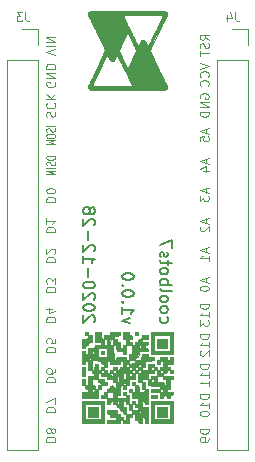
<source format=gbr>
%TF.GenerationSoftware,KiCad,Pcbnew,(5.1.8)-1*%
%TF.CreationDate,2020-12-28T06:59:24-08:00*%
%TF.ProjectId,atmega32u4_dev_board,61746d65-6761-4333-9275-345f6465765f,rev?*%
%TF.SameCoordinates,Original*%
%TF.FileFunction,Legend,Bot*%
%TF.FilePolarity,Positive*%
%FSLAX46Y46*%
G04 Gerber Fmt 4.6, Leading zero omitted, Abs format (unit mm)*
G04 Created by KiCad (PCBNEW (5.1.8)-1) date 2020-12-28 06:59:24*
%MOMM*%
%LPD*%
G01*
G04 APERTURE LIST*
%ADD10C,0.100000*%
%ADD11C,0.150000*%
%ADD12C,0.010000*%
%ADD13C,0.120000*%
G04 APERTURE END LIST*
D10*
X146610714Y-113303571D02*
X147360714Y-113303571D01*
X147360714Y-113125000D01*
X147325000Y-113017857D01*
X147253571Y-112946428D01*
X147182142Y-112910714D01*
X147039285Y-112875000D01*
X146932142Y-112875000D01*
X146789285Y-112910714D01*
X146717857Y-112946428D01*
X146646428Y-113017857D01*
X146610714Y-113125000D01*
X146610714Y-113303571D01*
X147360714Y-112232142D02*
X147360714Y-112375000D01*
X147325000Y-112446428D01*
X147289285Y-112482142D01*
X147182142Y-112553571D01*
X147039285Y-112589285D01*
X146753571Y-112589285D01*
X146682142Y-112553571D01*
X146646428Y-112517857D01*
X146610714Y-112446428D01*
X146610714Y-112303571D01*
X146646428Y-112232142D01*
X146682142Y-112196428D01*
X146753571Y-112160714D01*
X146932142Y-112160714D01*
X147003571Y-112196428D01*
X147039285Y-112232142D01*
X147075000Y-112303571D01*
X147075000Y-112446428D01*
X147039285Y-112517857D01*
X147003571Y-112553571D01*
X146932142Y-112589285D01*
X146610714Y-115853571D02*
X147360714Y-115853571D01*
X147360714Y-115675000D01*
X147325000Y-115567857D01*
X147253571Y-115496428D01*
X147182142Y-115460714D01*
X147039285Y-115425000D01*
X146932142Y-115425000D01*
X146789285Y-115460714D01*
X146717857Y-115496428D01*
X146646428Y-115567857D01*
X146610714Y-115675000D01*
X146610714Y-115853571D01*
X147360714Y-115175000D02*
X147360714Y-114675000D01*
X146610714Y-114996428D01*
X146610714Y-110753571D02*
X147360714Y-110753571D01*
X147360714Y-110575000D01*
X147325000Y-110467857D01*
X147253571Y-110396428D01*
X147182142Y-110360714D01*
X147039285Y-110325000D01*
X146932142Y-110325000D01*
X146789285Y-110360714D01*
X146717857Y-110396428D01*
X146646428Y-110467857D01*
X146610714Y-110575000D01*
X146610714Y-110753571D01*
X147360714Y-109646428D02*
X147360714Y-110003571D01*
X147003571Y-110039285D01*
X147039285Y-110003571D01*
X147075000Y-109932142D01*
X147075000Y-109753571D01*
X147039285Y-109682142D01*
X147003571Y-109646428D01*
X146932142Y-109610714D01*
X146753571Y-109610714D01*
X146682142Y-109646428D01*
X146646428Y-109682142D01*
X146610714Y-109753571D01*
X146610714Y-109932142D01*
X146646428Y-110003571D01*
X146682142Y-110039285D01*
X146610714Y-118353571D02*
X147360714Y-118353571D01*
X147360714Y-118175000D01*
X147325000Y-118067857D01*
X147253571Y-117996428D01*
X147182142Y-117960714D01*
X147039285Y-117925000D01*
X146932142Y-117925000D01*
X146789285Y-117960714D01*
X146717857Y-117996428D01*
X146646428Y-118067857D01*
X146610714Y-118175000D01*
X146610714Y-118353571D01*
X147039285Y-117496428D02*
X147075000Y-117567857D01*
X147110714Y-117603571D01*
X147182142Y-117639285D01*
X147217857Y-117639285D01*
X147289285Y-117603571D01*
X147325000Y-117567857D01*
X147360714Y-117496428D01*
X147360714Y-117353571D01*
X147325000Y-117282142D01*
X147289285Y-117246428D01*
X147217857Y-117210714D01*
X147182142Y-117210714D01*
X147110714Y-117246428D01*
X147075000Y-117282142D01*
X147039285Y-117353571D01*
X147039285Y-117496428D01*
X147003571Y-117567857D01*
X146967857Y-117603571D01*
X146896428Y-117639285D01*
X146753571Y-117639285D01*
X146682142Y-117603571D01*
X146646428Y-117567857D01*
X146610714Y-117496428D01*
X146610714Y-117353571D01*
X146646428Y-117282142D01*
X146682142Y-117246428D01*
X146753571Y-117210714D01*
X146896428Y-117210714D01*
X146967857Y-117246428D01*
X147003571Y-117282142D01*
X147039285Y-117353571D01*
X146610714Y-108203571D02*
X147360714Y-108203571D01*
X147360714Y-108025000D01*
X147325000Y-107917857D01*
X147253571Y-107846428D01*
X147182142Y-107810714D01*
X147039285Y-107775000D01*
X146932142Y-107775000D01*
X146789285Y-107810714D01*
X146717857Y-107846428D01*
X146646428Y-107917857D01*
X146610714Y-108025000D01*
X146610714Y-108203571D01*
X147110714Y-107132142D02*
X146610714Y-107132142D01*
X147396428Y-107310714D02*
X146860714Y-107489285D01*
X146860714Y-107025000D01*
X146610714Y-105653571D02*
X147360714Y-105653571D01*
X147360714Y-105475000D01*
X147325000Y-105367857D01*
X147253571Y-105296428D01*
X147182142Y-105260714D01*
X147039285Y-105225000D01*
X146932142Y-105225000D01*
X146789285Y-105260714D01*
X146717857Y-105296428D01*
X146646428Y-105367857D01*
X146610714Y-105475000D01*
X146610714Y-105653571D01*
X147360714Y-104975000D02*
X147360714Y-104510714D01*
X147075000Y-104760714D01*
X147075000Y-104653571D01*
X147039285Y-104582142D01*
X147003571Y-104546428D01*
X146932142Y-104510714D01*
X146753571Y-104510714D01*
X146682142Y-104546428D01*
X146646428Y-104582142D01*
X146610714Y-104653571D01*
X146610714Y-104867857D01*
X146646428Y-104939285D01*
X146682142Y-104975000D01*
X147360714Y-85621428D02*
X146610714Y-85371428D01*
X147360714Y-85121428D01*
X146610714Y-84871428D02*
X147360714Y-84871428D01*
X146610714Y-84514285D02*
X147360714Y-84514285D01*
X146610714Y-84085714D01*
X147360714Y-84085714D01*
X146610714Y-100603571D02*
X147360714Y-100603571D01*
X147360714Y-100425000D01*
X147325000Y-100317857D01*
X147253571Y-100246428D01*
X147182142Y-100210714D01*
X147039285Y-100175000D01*
X146932142Y-100175000D01*
X146789285Y-100210714D01*
X146717857Y-100246428D01*
X146646428Y-100317857D01*
X146610714Y-100425000D01*
X146610714Y-100603571D01*
X146610714Y-99460714D02*
X146610714Y-99889285D01*
X146610714Y-99675000D02*
X147360714Y-99675000D01*
X147253571Y-99746428D01*
X147182142Y-99817857D01*
X147146428Y-99889285D01*
X146610714Y-103153571D02*
X147360714Y-103153571D01*
X147360714Y-102975000D01*
X147325000Y-102867857D01*
X147253571Y-102796428D01*
X147182142Y-102760714D01*
X147039285Y-102725000D01*
X146932142Y-102725000D01*
X146789285Y-102760714D01*
X146717857Y-102796428D01*
X146646428Y-102867857D01*
X146610714Y-102975000D01*
X146610714Y-103153571D01*
X147289285Y-102439285D02*
X147325000Y-102403571D01*
X147360714Y-102332142D01*
X147360714Y-102153571D01*
X147325000Y-102082142D01*
X147289285Y-102046428D01*
X147217857Y-102010714D01*
X147146428Y-102010714D01*
X147039285Y-102046428D01*
X146610714Y-102475000D01*
X146610714Y-102010714D01*
X146610714Y-98053571D02*
X147360714Y-98053571D01*
X147360714Y-97875000D01*
X147325000Y-97767857D01*
X147253571Y-97696428D01*
X147182142Y-97660714D01*
X147039285Y-97625000D01*
X146932142Y-97625000D01*
X146789285Y-97660714D01*
X146717857Y-97696428D01*
X146646428Y-97767857D01*
X146610714Y-97875000D01*
X146610714Y-98053571D01*
X147360714Y-97160714D02*
X147360714Y-97089285D01*
X147325000Y-97017857D01*
X147289285Y-96982142D01*
X147217857Y-96946428D01*
X147075000Y-96910714D01*
X146896428Y-96910714D01*
X146753571Y-96946428D01*
X146682142Y-96982142D01*
X146646428Y-97017857D01*
X146610714Y-97089285D01*
X146610714Y-97160714D01*
X146646428Y-97232142D01*
X146682142Y-97267857D01*
X146753571Y-97303571D01*
X146896428Y-97339285D01*
X147075000Y-97339285D01*
X147217857Y-97303571D01*
X147289285Y-97267857D01*
X147325000Y-97232142D01*
X147360714Y-97160714D01*
X146610714Y-95735714D02*
X147360714Y-95735714D01*
X146825000Y-95569047D01*
X147360714Y-95402380D01*
X146610714Y-95402380D01*
X146610714Y-95164285D02*
X147360714Y-95164285D01*
X146646428Y-94950000D02*
X146610714Y-94878571D01*
X146610714Y-94759523D01*
X146646428Y-94711904D01*
X146682142Y-94688095D01*
X146753571Y-94664285D01*
X146825000Y-94664285D01*
X146896428Y-94688095D01*
X146932142Y-94711904D01*
X146967857Y-94759523D01*
X147003571Y-94854761D01*
X147039285Y-94902380D01*
X147075000Y-94926190D01*
X147146428Y-94950000D01*
X147217857Y-94950000D01*
X147289285Y-94926190D01*
X147325000Y-94902380D01*
X147360714Y-94854761D01*
X147360714Y-94735714D01*
X147325000Y-94664285D01*
X147360714Y-94354761D02*
X147360714Y-94259523D01*
X147325000Y-94211904D01*
X147253571Y-94164285D01*
X147110714Y-94140476D01*
X146860714Y-94140476D01*
X146717857Y-94164285D01*
X146646428Y-94211904D01*
X146610714Y-94259523D01*
X146610714Y-94354761D01*
X146646428Y-94402380D01*
X146717857Y-94450000D01*
X146860714Y-94473809D01*
X147110714Y-94473809D01*
X147253571Y-94450000D01*
X147325000Y-94402380D01*
X147360714Y-94354761D01*
X146610714Y-93185714D02*
X147360714Y-93185714D01*
X146825000Y-93019047D01*
X147360714Y-92852380D01*
X146610714Y-92852380D01*
X147360714Y-92519047D02*
X147360714Y-92423809D01*
X147325000Y-92376190D01*
X147253571Y-92328571D01*
X147110714Y-92304761D01*
X146860714Y-92304761D01*
X146717857Y-92328571D01*
X146646428Y-92376190D01*
X146610714Y-92423809D01*
X146610714Y-92519047D01*
X146646428Y-92566666D01*
X146717857Y-92614285D01*
X146860714Y-92638095D01*
X147110714Y-92638095D01*
X147253571Y-92614285D01*
X147325000Y-92566666D01*
X147360714Y-92519047D01*
X146646428Y-92114285D02*
X146610714Y-92042857D01*
X146610714Y-91923809D01*
X146646428Y-91876190D01*
X146682142Y-91852380D01*
X146753571Y-91828571D01*
X146825000Y-91828571D01*
X146896428Y-91852380D01*
X146932142Y-91876190D01*
X146967857Y-91923809D01*
X147003571Y-92019047D01*
X147039285Y-92066666D01*
X147075000Y-92090476D01*
X147146428Y-92114285D01*
X147217857Y-92114285D01*
X147289285Y-92090476D01*
X147325000Y-92066666D01*
X147360714Y-92019047D01*
X147360714Y-91900000D01*
X147325000Y-91828571D01*
X146610714Y-91614285D02*
X147360714Y-91614285D01*
X146646428Y-90864285D02*
X146610714Y-90757142D01*
X146610714Y-90578571D01*
X146646428Y-90507142D01*
X146682142Y-90471428D01*
X146753571Y-90435714D01*
X146825000Y-90435714D01*
X146896428Y-90471428D01*
X146932142Y-90507142D01*
X146967857Y-90578571D01*
X147003571Y-90721428D01*
X147039285Y-90792857D01*
X147075000Y-90828571D01*
X147146428Y-90864285D01*
X147217857Y-90864285D01*
X147289285Y-90828571D01*
X147325000Y-90792857D01*
X147360714Y-90721428D01*
X147360714Y-90542857D01*
X147325000Y-90435714D01*
X146682142Y-89685714D02*
X146646428Y-89721428D01*
X146610714Y-89828571D01*
X146610714Y-89900000D01*
X146646428Y-90007142D01*
X146717857Y-90078571D01*
X146789285Y-90114285D01*
X146932142Y-90150000D01*
X147039285Y-90150000D01*
X147182142Y-90114285D01*
X147253571Y-90078571D01*
X147325000Y-90007142D01*
X147360714Y-89900000D01*
X147360714Y-89828571D01*
X147325000Y-89721428D01*
X147289285Y-89685714D01*
X146610714Y-89364285D02*
X147360714Y-89364285D01*
X146610714Y-88935714D02*
X147039285Y-89257142D01*
X147360714Y-88935714D02*
X146932142Y-89364285D01*
X147325000Y-87921428D02*
X147360714Y-87992857D01*
X147360714Y-88100000D01*
X147325000Y-88207142D01*
X147253571Y-88278571D01*
X147182142Y-88314285D01*
X147039285Y-88350000D01*
X146932142Y-88350000D01*
X146789285Y-88314285D01*
X146717857Y-88278571D01*
X146646428Y-88207142D01*
X146610714Y-88100000D01*
X146610714Y-88028571D01*
X146646428Y-87921428D01*
X146682142Y-87885714D01*
X146932142Y-87885714D01*
X146932142Y-88028571D01*
X146610714Y-87564285D02*
X147360714Y-87564285D01*
X146610714Y-87135714D01*
X147360714Y-87135714D01*
X146610714Y-86778571D02*
X147360714Y-86778571D01*
X147360714Y-86600000D01*
X147325000Y-86492857D01*
X147253571Y-86421428D01*
X147182142Y-86385714D01*
X147039285Y-86350000D01*
X146932142Y-86350000D01*
X146789285Y-86385714D01*
X146717857Y-86421428D01*
X146646428Y-86492857D01*
X146610714Y-86600000D01*
X146610714Y-86778571D01*
X160389285Y-111789285D02*
X159639285Y-111789285D01*
X159639285Y-111967857D01*
X159675000Y-112075000D01*
X159746428Y-112146428D01*
X159817857Y-112182142D01*
X159960714Y-112217857D01*
X160067857Y-112217857D01*
X160210714Y-112182142D01*
X160282142Y-112146428D01*
X160353571Y-112075000D01*
X160389285Y-111967857D01*
X160389285Y-111789285D01*
X160389285Y-112932142D02*
X160389285Y-112503571D01*
X160389285Y-112717857D02*
X159639285Y-112717857D01*
X159746428Y-112646428D01*
X159817857Y-112575000D01*
X159853571Y-112503571D01*
X160389285Y-113646428D02*
X160389285Y-113217857D01*
X160389285Y-113432142D02*
X159639285Y-113432142D01*
X159746428Y-113360714D01*
X159817857Y-113289285D01*
X159853571Y-113217857D01*
X159639285Y-86300000D02*
X160389285Y-86550000D01*
X159639285Y-86800000D01*
X160317857Y-87478571D02*
X160353571Y-87442857D01*
X160389285Y-87335714D01*
X160389285Y-87264285D01*
X160353571Y-87157142D01*
X160282142Y-87085714D01*
X160210714Y-87050000D01*
X160067857Y-87014285D01*
X159960714Y-87014285D01*
X159817857Y-87050000D01*
X159746428Y-87085714D01*
X159675000Y-87157142D01*
X159639285Y-87264285D01*
X159639285Y-87335714D01*
X159675000Y-87442857D01*
X159710714Y-87478571D01*
X160317857Y-88228571D02*
X160353571Y-88192857D01*
X160389285Y-88085714D01*
X160389285Y-88014285D01*
X160353571Y-87907142D01*
X160282142Y-87835714D01*
X160210714Y-87800000D01*
X160067857Y-87764285D01*
X159960714Y-87764285D01*
X159817857Y-87800000D01*
X159746428Y-87835714D01*
X159675000Y-87907142D01*
X159639285Y-88014285D01*
X159639285Y-88085714D01*
X159675000Y-88192857D01*
X159710714Y-88228571D01*
X160175000Y-91864285D02*
X160175000Y-92221428D01*
X160389285Y-91792857D02*
X159639285Y-92042857D01*
X160389285Y-92292857D01*
X159639285Y-92900000D02*
X159639285Y-92542857D01*
X159996428Y-92507142D01*
X159960714Y-92542857D01*
X159925000Y-92614285D01*
X159925000Y-92792857D01*
X159960714Y-92864285D01*
X159996428Y-92900000D01*
X160067857Y-92935714D01*
X160246428Y-92935714D01*
X160317857Y-92900000D01*
X160353571Y-92864285D01*
X160389285Y-92792857D01*
X160389285Y-92614285D01*
X160353571Y-92542857D01*
X160317857Y-92507142D01*
X160175000Y-101964285D02*
X160175000Y-102321428D01*
X160389285Y-101892857D02*
X159639285Y-102142857D01*
X160389285Y-102392857D01*
X160389285Y-103035714D02*
X160389285Y-102607142D01*
X160389285Y-102821428D02*
X159639285Y-102821428D01*
X159746428Y-102750000D01*
X159817857Y-102678571D01*
X159853571Y-102607142D01*
X160175000Y-99464285D02*
X160175000Y-99821428D01*
X160389285Y-99392857D02*
X159639285Y-99642857D01*
X160389285Y-99892857D01*
X159710714Y-100107142D02*
X159675000Y-100142857D01*
X159639285Y-100214285D01*
X159639285Y-100392857D01*
X159675000Y-100464285D01*
X159710714Y-100500000D01*
X159782142Y-100535714D01*
X159853571Y-100535714D01*
X159960714Y-100500000D01*
X160389285Y-100071428D01*
X160389285Y-100535714D01*
X160389285Y-117246428D02*
X159639285Y-117246428D01*
X159639285Y-117425000D01*
X159675000Y-117532142D01*
X159746428Y-117603571D01*
X159817857Y-117639285D01*
X159960714Y-117675000D01*
X160067857Y-117675000D01*
X160210714Y-117639285D01*
X160282142Y-117603571D01*
X160353571Y-117532142D01*
X160389285Y-117425000D01*
X160389285Y-117246428D01*
X160389285Y-118032142D02*
X160389285Y-118175000D01*
X160353571Y-118246428D01*
X160317857Y-118282142D01*
X160210714Y-118353571D01*
X160067857Y-118389285D01*
X159782142Y-118389285D01*
X159710714Y-118353571D01*
X159675000Y-118317857D01*
X159639285Y-118246428D01*
X159639285Y-118103571D01*
X159675000Y-118032142D01*
X159710714Y-117996428D01*
X159782142Y-117960714D01*
X159960714Y-117960714D01*
X160032142Y-117996428D01*
X160067857Y-118032142D01*
X160103571Y-118103571D01*
X160103571Y-118246428D01*
X160067857Y-118317857D01*
X160032142Y-118353571D01*
X159960714Y-118389285D01*
X159675000Y-89278571D02*
X159639285Y-89207142D01*
X159639285Y-89100000D01*
X159675000Y-88992857D01*
X159746428Y-88921428D01*
X159817857Y-88885714D01*
X159960714Y-88850000D01*
X160067857Y-88850000D01*
X160210714Y-88885714D01*
X160282142Y-88921428D01*
X160353571Y-88992857D01*
X160389285Y-89100000D01*
X160389285Y-89171428D01*
X160353571Y-89278571D01*
X160317857Y-89314285D01*
X160067857Y-89314285D01*
X160067857Y-89171428D01*
X160389285Y-89635714D02*
X159639285Y-89635714D01*
X160389285Y-90064285D01*
X159639285Y-90064285D01*
X160389285Y-90421428D02*
X159639285Y-90421428D01*
X159639285Y-90600000D01*
X159675000Y-90707142D01*
X159746428Y-90778571D01*
X159817857Y-90814285D01*
X159960714Y-90850000D01*
X160067857Y-90850000D01*
X160210714Y-90814285D01*
X160282142Y-90778571D01*
X160353571Y-90707142D01*
X160389285Y-90600000D01*
X160389285Y-90421428D01*
X160389285Y-114339285D02*
X159639285Y-114339285D01*
X159639285Y-114517857D01*
X159675000Y-114625000D01*
X159746428Y-114696428D01*
X159817857Y-114732142D01*
X159960714Y-114767857D01*
X160067857Y-114767857D01*
X160210714Y-114732142D01*
X160282142Y-114696428D01*
X160353571Y-114625000D01*
X160389285Y-114517857D01*
X160389285Y-114339285D01*
X160389285Y-115482142D02*
X160389285Y-115053571D01*
X160389285Y-115267857D02*
X159639285Y-115267857D01*
X159746428Y-115196428D01*
X159817857Y-115125000D01*
X159853571Y-115053571D01*
X159639285Y-115946428D02*
X159639285Y-116017857D01*
X159675000Y-116089285D01*
X159710714Y-116125000D01*
X159782142Y-116160714D01*
X159925000Y-116196428D01*
X160103571Y-116196428D01*
X160246428Y-116160714D01*
X160317857Y-116125000D01*
X160353571Y-116089285D01*
X160389285Y-116017857D01*
X160389285Y-115946428D01*
X160353571Y-115875000D01*
X160317857Y-115839285D01*
X160246428Y-115803571D01*
X160103571Y-115767857D01*
X159925000Y-115767857D01*
X159782142Y-115803571D01*
X159710714Y-115839285D01*
X159675000Y-115875000D01*
X159639285Y-115946428D01*
X160389285Y-84339285D02*
X160032142Y-84089285D01*
X160389285Y-83910714D02*
X159639285Y-83910714D01*
X159639285Y-84196428D01*
X159675000Y-84267857D01*
X159710714Y-84303571D01*
X159782142Y-84339285D01*
X159889285Y-84339285D01*
X159960714Y-84303571D01*
X159996428Y-84267857D01*
X160032142Y-84196428D01*
X160032142Y-83910714D01*
X160353571Y-84625000D02*
X160389285Y-84732142D01*
X160389285Y-84910714D01*
X160353571Y-84982142D01*
X160317857Y-85017857D01*
X160246428Y-85053571D01*
X160175000Y-85053571D01*
X160103571Y-85017857D01*
X160067857Y-84982142D01*
X160032142Y-84910714D01*
X159996428Y-84767857D01*
X159960714Y-84696428D01*
X159925000Y-84660714D01*
X159853571Y-84625000D01*
X159782142Y-84625000D01*
X159710714Y-84660714D01*
X159675000Y-84696428D01*
X159639285Y-84767857D01*
X159639285Y-84946428D01*
X159675000Y-85053571D01*
X159639285Y-85267857D02*
X159639285Y-85696428D01*
X160389285Y-85482142D02*
X159639285Y-85482142D01*
X160389285Y-109239285D02*
X159639285Y-109239285D01*
X159639285Y-109417857D01*
X159675000Y-109525000D01*
X159746428Y-109596428D01*
X159817857Y-109632142D01*
X159960714Y-109667857D01*
X160067857Y-109667857D01*
X160210714Y-109632142D01*
X160282142Y-109596428D01*
X160353571Y-109525000D01*
X160389285Y-109417857D01*
X160389285Y-109239285D01*
X160389285Y-110382142D02*
X160389285Y-109953571D01*
X160389285Y-110167857D02*
X159639285Y-110167857D01*
X159746428Y-110096428D01*
X159817857Y-110025000D01*
X159853571Y-109953571D01*
X159710714Y-110667857D02*
X159675000Y-110703571D01*
X159639285Y-110775000D01*
X159639285Y-110953571D01*
X159675000Y-111025000D01*
X159710714Y-111060714D01*
X159782142Y-111096428D01*
X159853571Y-111096428D01*
X159960714Y-111060714D01*
X160389285Y-110632142D01*
X160389285Y-111096428D01*
X160175000Y-104514285D02*
X160175000Y-104871428D01*
X160389285Y-104442857D02*
X159639285Y-104692857D01*
X160389285Y-104942857D01*
X159639285Y-105335714D02*
X159639285Y-105407142D01*
X159675000Y-105478571D01*
X159710714Y-105514285D01*
X159782142Y-105550000D01*
X159925000Y-105585714D01*
X160103571Y-105585714D01*
X160246428Y-105550000D01*
X160317857Y-105514285D01*
X160353571Y-105478571D01*
X160389285Y-105407142D01*
X160389285Y-105335714D01*
X160353571Y-105264285D01*
X160317857Y-105228571D01*
X160246428Y-105192857D01*
X160103571Y-105157142D01*
X159925000Y-105157142D01*
X159782142Y-105192857D01*
X159710714Y-105228571D01*
X159675000Y-105264285D01*
X159639285Y-105335714D01*
X160175000Y-94414285D02*
X160175000Y-94771428D01*
X160389285Y-94342857D02*
X159639285Y-94592857D01*
X160389285Y-94842857D01*
X159889285Y-95414285D02*
X160389285Y-95414285D01*
X159603571Y-95235714D02*
X160139285Y-95057142D01*
X160139285Y-95521428D01*
X160175000Y-96914285D02*
X160175000Y-97271428D01*
X160389285Y-96842857D02*
X159639285Y-97092857D01*
X160389285Y-97342857D01*
X159639285Y-97521428D02*
X159639285Y-97985714D01*
X159925000Y-97735714D01*
X159925000Y-97842857D01*
X159960714Y-97914285D01*
X159996428Y-97950000D01*
X160067857Y-97985714D01*
X160246428Y-97985714D01*
X160317857Y-97950000D01*
X160353571Y-97914285D01*
X160389285Y-97842857D01*
X160389285Y-97628571D01*
X160353571Y-97557142D01*
X160317857Y-97521428D01*
X160389285Y-106689285D02*
X159639285Y-106689285D01*
X159639285Y-106867857D01*
X159675000Y-106975000D01*
X159746428Y-107046428D01*
X159817857Y-107082142D01*
X159960714Y-107117857D01*
X160067857Y-107117857D01*
X160210714Y-107082142D01*
X160282142Y-107046428D01*
X160353571Y-106975000D01*
X160389285Y-106867857D01*
X160389285Y-106689285D01*
X160389285Y-107832142D02*
X160389285Y-107403571D01*
X160389285Y-107617857D02*
X159639285Y-107617857D01*
X159746428Y-107546428D01*
X159817857Y-107475000D01*
X159853571Y-107403571D01*
X159639285Y-108082142D02*
X159639285Y-108546428D01*
X159925000Y-108296428D01*
X159925000Y-108403571D01*
X159960714Y-108475000D01*
X159996428Y-108510714D01*
X160067857Y-108546428D01*
X160246428Y-108546428D01*
X160317857Y-108510714D01*
X160353571Y-108475000D01*
X160389285Y-108403571D01*
X160389285Y-108189285D01*
X160353571Y-108117857D01*
X160317857Y-108082142D01*
D11*
X156295238Y-107820000D02*
X156247619Y-107915238D01*
X156247619Y-108105714D01*
X156295238Y-108200952D01*
X156342857Y-108248571D01*
X156438095Y-108296190D01*
X156723809Y-108296190D01*
X156819047Y-108248571D01*
X156866666Y-108200952D01*
X156914285Y-108105714D01*
X156914285Y-107915238D01*
X156866666Y-107820000D01*
X156247619Y-107248571D02*
X156295238Y-107343809D01*
X156342857Y-107391428D01*
X156438095Y-107439047D01*
X156723809Y-107439047D01*
X156819047Y-107391428D01*
X156866666Y-107343809D01*
X156914285Y-107248571D01*
X156914285Y-107105714D01*
X156866666Y-107010476D01*
X156819047Y-106962857D01*
X156723809Y-106915238D01*
X156438095Y-106915238D01*
X156342857Y-106962857D01*
X156295238Y-107010476D01*
X156247619Y-107105714D01*
X156247619Y-107248571D01*
X156247619Y-106343809D02*
X156295238Y-106439047D01*
X156342857Y-106486666D01*
X156438095Y-106534285D01*
X156723809Y-106534285D01*
X156819047Y-106486666D01*
X156866666Y-106439047D01*
X156914285Y-106343809D01*
X156914285Y-106200952D01*
X156866666Y-106105714D01*
X156819047Y-106058095D01*
X156723809Y-106010476D01*
X156438095Y-106010476D01*
X156342857Y-106058095D01*
X156295238Y-106105714D01*
X156247619Y-106200952D01*
X156247619Y-106343809D01*
X156247619Y-105439047D02*
X156295238Y-105534285D01*
X156390476Y-105581904D01*
X157247619Y-105581904D01*
X156247619Y-105058095D02*
X157247619Y-105058095D01*
X156866666Y-105058095D02*
X156914285Y-104962857D01*
X156914285Y-104772380D01*
X156866666Y-104677142D01*
X156819047Y-104629523D01*
X156723809Y-104581904D01*
X156438095Y-104581904D01*
X156342857Y-104629523D01*
X156295238Y-104677142D01*
X156247619Y-104772380D01*
X156247619Y-104962857D01*
X156295238Y-105058095D01*
X156247619Y-104010476D02*
X156295238Y-104105714D01*
X156342857Y-104153333D01*
X156438095Y-104200952D01*
X156723809Y-104200952D01*
X156819047Y-104153333D01*
X156866666Y-104105714D01*
X156914285Y-104010476D01*
X156914285Y-103867619D01*
X156866666Y-103772380D01*
X156819047Y-103724761D01*
X156723809Y-103677142D01*
X156438095Y-103677142D01*
X156342857Y-103724761D01*
X156295238Y-103772380D01*
X156247619Y-103867619D01*
X156247619Y-104010476D01*
X156914285Y-103391428D02*
X156914285Y-103010476D01*
X157247619Y-103248571D02*
X156390476Y-103248571D01*
X156295238Y-103200952D01*
X156247619Y-103105714D01*
X156247619Y-103010476D01*
X156295238Y-102724761D02*
X156247619Y-102629523D01*
X156247619Y-102439047D01*
X156295238Y-102343809D01*
X156390476Y-102296190D01*
X156438095Y-102296190D01*
X156533333Y-102343809D01*
X156580952Y-102439047D01*
X156580952Y-102581904D01*
X156628571Y-102677142D01*
X156723809Y-102724761D01*
X156771428Y-102724761D01*
X156866666Y-102677142D01*
X156914285Y-102581904D01*
X156914285Y-102439047D01*
X156866666Y-102343809D01*
X157247619Y-101962857D02*
X157247619Y-101296190D01*
X156247619Y-101724761D01*
X150652380Y-108247142D02*
X150700000Y-108199523D01*
X150747619Y-108104285D01*
X150747619Y-107866190D01*
X150700000Y-107770952D01*
X150652380Y-107723333D01*
X150557142Y-107675714D01*
X150461904Y-107675714D01*
X150319047Y-107723333D01*
X149747619Y-108294761D01*
X149747619Y-107675714D01*
X150747619Y-107056666D02*
X150747619Y-106961428D01*
X150700000Y-106866190D01*
X150652380Y-106818571D01*
X150557142Y-106770952D01*
X150366666Y-106723333D01*
X150128571Y-106723333D01*
X149938095Y-106770952D01*
X149842857Y-106818571D01*
X149795238Y-106866190D01*
X149747619Y-106961428D01*
X149747619Y-107056666D01*
X149795238Y-107151904D01*
X149842857Y-107199523D01*
X149938095Y-107247142D01*
X150128571Y-107294761D01*
X150366666Y-107294761D01*
X150557142Y-107247142D01*
X150652380Y-107199523D01*
X150700000Y-107151904D01*
X150747619Y-107056666D01*
X150652380Y-106342380D02*
X150700000Y-106294761D01*
X150747619Y-106199523D01*
X150747619Y-105961428D01*
X150700000Y-105866190D01*
X150652380Y-105818571D01*
X150557142Y-105770952D01*
X150461904Y-105770952D01*
X150319047Y-105818571D01*
X149747619Y-106390000D01*
X149747619Y-105770952D01*
X150747619Y-105151904D02*
X150747619Y-105056666D01*
X150700000Y-104961428D01*
X150652380Y-104913809D01*
X150557142Y-104866190D01*
X150366666Y-104818571D01*
X150128571Y-104818571D01*
X149938095Y-104866190D01*
X149842857Y-104913809D01*
X149795238Y-104961428D01*
X149747619Y-105056666D01*
X149747619Y-105151904D01*
X149795238Y-105247142D01*
X149842857Y-105294761D01*
X149938095Y-105342380D01*
X150128571Y-105390000D01*
X150366666Y-105390000D01*
X150557142Y-105342380D01*
X150652380Y-105294761D01*
X150700000Y-105247142D01*
X150747619Y-105151904D01*
X150128571Y-104390000D02*
X150128571Y-103628095D01*
X149747619Y-102628095D02*
X149747619Y-103199523D01*
X149747619Y-102913809D02*
X150747619Y-102913809D01*
X150604761Y-103009047D01*
X150509523Y-103104285D01*
X150461904Y-103199523D01*
X150652380Y-102247142D02*
X150700000Y-102199523D01*
X150747619Y-102104285D01*
X150747619Y-101866190D01*
X150700000Y-101770952D01*
X150652380Y-101723333D01*
X150557142Y-101675714D01*
X150461904Y-101675714D01*
X150319047Y-101723333D01*
X149747619Y-102294761D01*
X149747619Y-101675714D01*
X150128571Y-101247142D02*
X150128571Y-100485238D01*
X150652380Y-100056666D02*
X150700000Y-100009047D01*
X150747619Y-99913809D01*
X150747619Y-99675714D01*
X150700000Y-99580476D01*
X150652380Y-99532857D01*
X150557142Y-99485238D01*
X150461904Y-99485238D01*
X150319047Y-99532857D01*
X149747619Y-100104285D01*
X149747619Y-99485238D01*
X150319047Y-98913809D02*
X150366666Y-99009047D01*
X150414285Y-99056666D01*
X150509523Y-99104285D01*
X150557142Y-99104285D01*
X150652380Y-99056666D01*
X150700000Y-99009047D01*
X150747619Y-98913809D01*
X150747619Y-98723333D01*
X150700000Y-98628095D01*
X150652380Y-98580476D01*
X150557142Y-98532857D01*
X150509523Y-98532857D01*
X150414285Y-98580476D01*
X150366666Y-98628095D01*
X150319047Y-98723333D01*
X150319047Y-98913809D01*
X150271428Y-99009047D01*
X150223809Y-99056666D01*
X150128571Y-99104285D01*
X149938095Y-99104285D01*
X149842857Y-99056666D01*
X149795238Y-99009047D01*
X149747619Y-98913809D01*
X149747619Y-98723333D01*
X149795238Y-98628095D01*
X149842857Y-98580476D01*
X149938095Y-98532857D01*
X150128571Y-98532857D01*
X150223809Y-98580476D01*
X150271428Y-98628095D01*
X150319047Y-98723333D01*
X153714285Y-108342857D02*
X153047619Y-108104761D01*
X153714285Y-107866666D01*
X153047619Y-106961904D02*
X153047619Y-107533333D01*
X153047619Y-107247619D02*
X154047619Y-107247619D01*
X153904761Y-107342857D01*
X153809523Y-107438095D01*
X153761904Y-107533333D01*
X153142857Y-106533333D02*
X153095238Y-106485714D01*
X153047619Y-106533333D01*
X153095238Y-106580952D01*
X153142857Y-106533333D01*
X153047619Y-106533333D01*
X154047619Y-105866666D02*
X154047619Y-105771428D01*
X154000000Y-105676190D01*
X153952380Y-105628571D01*
X153857142Y-105580952D01*
X153666666Y-105533333D01*
X153428571Y-105533333D01*
X153238095Y-105580952D01*
X153142857Y-105628571D01*
X153095238Y-105676190D01*
X153047619Y-105771428D01*
X153047619Y-105866666D01*
X153095238Y-105961904D01*
X153142857Y-106009523D01*
X153238095Y-106057142D01*
X153428571Y-106104761D01*
X153666666Y-106104761D01*
X153857142Y-106057142D01*
X153952380Y-106009523D01*
X154000000Y-105961904D01*
X154047619Y-105866666D01*
X153142857Y-105104761D02*
X153095238Y-105057142D01*
X153047619Y-105104761D01*
X153095238Y-105152380D01*
X153142857Y-105104761D01*
X153047619Y-105104761D01*
X154047619Y-104438095D02*
X154047619Y-104342857D01*
X154000000Y-104247619D01*
X153952380Y-104200000D01*
X153857142Y-104152380D01*
X153666666Y-104104761D01*
X153428571Y-104104761D01*
X153238095Y-104152380D01*
X153142857Y-104200000D01*
X153095238Y-104247619D01*
X153047619Y-104342857D01*
X153047619Y-104438095D01*
X153095238Y-104533333D01*
X153142857Y-104580952D01*
X153238095Y-104628571D01*
X153428571Y-104676190D01*
X153666666Y-104676190D01*
X153857142Y-104628571D01*
X153952380Y-104580952D01*
X154000000Y-104533333D01*
X154047619Y-104438095D01*
D12*
%TO.C,G\u002A\u002A\u002A*%
G36*
X150152868Y-88407385D02*
G01*
X150174095Y-88454445D01*
X150206840Y-88495437D01*
X150250495Y-88529132D01*
X150264266Y-88536920D01*
X150299600Y-88555547D01*
X156700400Y-88555547D01*
X156735733Y-88536920D01*
X156782270Y-88505437D01*
X156818061Y-88466320D01*
X156842501Y-88420799D01*
X156854983Y-88370103D01*
X156854902Y-88315459D01*
X156852609Y-88299977D01*
X156850786Y-88293272D01*
X156846923Y-88282565D01*
X156840825Y-88267449D01*
X156832300Y-88247519D01*
X156821157Y-88222372D01*
X156807200Y-88191601D01*
X156790239Y-88154801D01*
X156770080Y-88111567D01*
X156746530Y-88061495D01*
X156719396Y-88004178D01*
X156688486Y-87939213D01*
X156653606Y-87866193D01*
X156614565Y-87784714D01*
X156571168Y-87694371D01*
X156523224Y-87594759D01*
X156470540Y-87485471D01*
X156412922Y-87366105D01*
X156350178Y-87236253D01*
X156282115Y-87095512D01*
X156208540Y-86943475D01*
X156129260Y-86779739D01*
X156114256Y-86748760D01*
X155383508Y-85240000D01*
X156114228Y-83731240D01*
X156192811Y-83568975D01*
X156265695Y-83418441D01*
X156333093Y-83279181D01*
X156395218Y-83150737D01*
X156452284Y-83032652D01*
X156504503Y-82924468D01*
X156552089Y-82825727D01*
X156595254Y-82735972D01*
X156634210Y-82654746D01*
X156669172Y-82581590D01*
X156700353Y-82516048D01*
X156727964Y-82457662D01*
X156752219Y-82405974D01*
X156773331Y-82360527D01*
X156791513Y-82320863D01*
X156806979Y-82286524D01*
X156819939Y-82257054D01*
X156830609Y-82231994D01*
X156839201Y-82210887D01*
X156845927Y-82193275D01*
X156851002Y-82178702D01*
X156854636Y-82166709D01*
X156857045Y-82156839D01*
X156858440Y-82148634D01*
X156859035Y-82141636D01*
X156859042Y-82135389D01*
X156858831Y-82131489D01*
X156857091Y-82118349D01*
X156853674Y-82098711D01*
X156852519Y-82092728D01*
X156836103Y-82043744D01*
X156807834Y-82000325D01*
X156768711Y-81963750D01*
X156735733Y-81943079D01*
X156700400Y-81924453D01*
X154811082Y-81924453D01*
X154811082Y-82205547D01*
X154962609Y-82205560D01*
X155110556Y-82205599D01*
X155254353Y-82205663D01*
X155393432Y-82205751D01*
X155527221Y-82205861D01*
X155655152Y-82205992D01*
X155776655Y-82206144D01*
X155891160Y-82206315D01*
X155998098Y-82206503D01*
X156096899Y-82206709D01*
X156186993Y-82206930D01*
X156267811Y-82207166D01*
X156338783Y-82207415D01*
X156399340Y-82207676D01*
X156448911Y-82207949D01*
X156486928Y-82208231D01*
X156512820Y-82208522D01*
X156526019Y-82208821D01*
X156527680Y-82208972D01*
X156524771Y-82215307D01*
X156516225Y-82233272D01*
X156502312Y-82262307D01*
X156483303Y-82301852D01*
X156459468Y-82351346D01*
X156431079Y-82410229D01*
X156398406Y-82477941D01*
X156361719Y-82553921D01*
X156321290Y-82637610D01*
X156277388Y-82728447D01*
X156230286Y-82825871D01*
X156180252Y-82929323D01*
X156127558Y-83038242D01*
X156072475Y-83152069D01*
X156015273Y-83270241D01*
X155956223Y-83392201D01*
X155896978Y-83514532D01*
X155836065Y-83640282D01*
X155776546Y-83763133D01*
X155718706Y-83882501D01*
X155662826Y-83997803D01*
X155609191Y-84108454D01*
X155558084Y-84213872D01*
X155509787Y-84313471D01*
X155464585Y-84406669D01*
X155422760Y-84492880D01*
X155384596Y-84571521D01*
X155350375Y-84642009D01*
X155320383Y-84703759D01*
X155294900Y-84756188D01*
X155274212Y-84798711D01*
X155258601Y-84830744D01*
X155248350Y-84851705D01*
X155243904Y-84860693D01*
X155221532Y-84904720D01*
X155142403Y-84742160D01*
X155118647Y-84693338D01*
X155094431Y-84643534D01*
X155071126Y-84595573D01*
X155050103Y-84552279D01*
X155032736Y-84516475D01*
X155023943Y-84498320D01*
X154994713Y-84443235D01*
X154965709Y-84400382D01*
X154935530Y-84368542D01*
X154902773Y-84346499D01*
X154866038Y-84333036D01*
X154826786Y-84327126D01*
X154778795Y-84327921D01*
X154737710Y-84338671D01*
X154700276Y-84360613D01*
X154671853Y-84385951D01*
X154661881Y-84396518D01*
X154652470Y-84407806D01*
X154642892Y-84421139D01*
X154632420Y-84437843D01*
X154620326Y-84459243D01*
X154605882Y-84486663D01*
X154588359Y-84521428D01*
X154567031Y-84564864D01*
X154541169Y-84618295D01*
X154519824Y-84662672D01*
X154494424Y-84715133D01*
X154470692Y-84763326D01*
X154449284Y-84805980D01*
X154430856Y-84841821D01*
X154416066Y-84869580D01*
X154405568Y-84887983D01*
X154400021Y-84895760D01*
X154399450Y-84895866D01*
X154396123Y-84889454D01*
X154387221Y-84871530D01*
X154373073Y-84842774D01*
X154354009Y-84803864D01*
X154330360Y-84755480D01*
X154302454Y-84698302D01*
X154270622Y-84633010D01*
X154235194Y-84560282D01*
X154196499Y-84480799D01*
X154154868Y-84395240D01*
X154110629Y-84304284D01*
X154064114Y-84208611D01*
X154015652Y-84108901D01*
X153965572Y-84005833D01*
X153914205Y-83900086D01*
X153861881Y-83792340D01*
X153808929Y-83683275D01*
X153755678Y-83573570D01*
X153702460Y-83463905D01*
X153649604Y-83354958D01*
X153597440Y-83247411D01*
X153546297Y-83141941D01*
X153500000Y-83046439D01*
X153500000Y-83716265D01*
X153503583Y-83722229D01*
X153512581Y-83739519D01*
X153526563Y-83767244D01*
X153545097Y-83804510D01*
X153567751Y-83850423D01*
X153594096Y-83904091D01*
X153623699Y-83964620D01*
X153656130Y-84031117D01*
X153690957Y-84102688D01*
X153727748Y-84178442D01*
X153766074Y-84257483D01*
X153805502Y-84338920D01*
X153845602Y-84421858D01*
X153885942Y-84505405D01*
X153926090Y-84588668D01*
X153965617Y-84670753D01*
X154004090Y-84750767D01*
X154041079Y-84827817D01*
X154076152Y-84901009D01*
X154108877Y-84969451D01*
X154138825Y-85032250D01*
X154165563Y-85088511D01*
X154188661Y-85137342D01*
X154207687Y-85177850D01*
X154222209Y-85209141D01*
X154231798Y-85230322D01*
X154236021Y-85240501D01*
X154236187Y-85241237D01*
X154233125Y-85248662D01*
X154224507Y-85267527D01*
X154210688Y-85297083D01*
X154192028Y-85336585D01*
X154168884Y-85385284D01*
X154141613Y-85442432D01*
X154110574Y-85507283D01*
X154076123Y-85579089D01*
X154038620Y-85657103D01*
X153998420Y-85740576D01*
X153955883Y-85828762D01*
X153911365Y-85920914D01*
X153869147Y-86008183D01*
X153823168Y-86103105D01*
X153778806Y-86194583D01*
X153736418Y-86281883D01*
X153696363Y-86364272D01*
X153658999Y-86441016D01*
X153624684Y-86511381D01*
X153593778Y-86574634D01*
X153566639Y-86630041D01*
X153543624Y-86676868D01*
X153525093Y-86714383D01*
X153511404Y-86741850D01*
X153502914Y-86758538D01*
X153500000Y-86763739D01*
X153496495Y-86757779D01*
X153487575Y-86740492D01*
X153473672Y-86712772D01*
X153455215Y-86675512D01*
X153432636Y-86629606D01*
X153406366Y-86575947D01*
X153376836Y-86515429D01*
X153344476Y-86448946D01*
X153309719Y-86377390D01*
X153272994Y-86301656D01*
X153234732Y-86222636D01*
X153195366Y-86141225D01*
X153155324Y-86058316D01*
X153115040Y-85974803D01*
X153074942Y-85891578D01*
X153035463Y-85809537D01*
X152997034Y-85729571D01*
X152960085Y-85652575D01*
X152925047Y-85579442D01*
X152892351Y-85511066D01*
X152862429Y-85448340D01*
X152835710Y-85392158D01*
X152812627Y-85343414D01*
X152793610Y-85303000D01*
X152779090Y-85271810D01*
X152769497Y-85250739D01*
X152765264Y-85240678D01*
X152765093Y-85240000D01*
X152767968Y-85232732D01*
X152776306Y-85214236D01*
X152789676Y-85185407D01*
X152807647Y-85147138D01*
X152829789Y-85100323D01*
X152855669Y-85045855D01*
X152884857Y-84984627D01*
X152916923Y-84917533D01*
X152951435Y-84845467D01*
X152987962Y-84769322D01*
X153026073Y-84689992D01*
X153065338Y-84608370D01*
X153105326Y-84525349D01*
X153145605Y-84441824D01*
X153185744Y-84358688D01*
X153225313Y-84276834D01*
X153263881Y-84197155D01*
X153301016Y-84120546D01*
X153336288Y-84047900D01*
X153369266Y-83980111D01*
X153399519Y-83918071D01*
X153426615Y-83862675D01*
X153450125Y-83814815D01*
X153469616Y-83775387D01*
X153484659Y-83745282D01*
X153494821Y-83725395D01*
X153499673Y-83716618D01*
X153500000Y-83716265D01*
X153500000Y-83046439D01*
X153496505Y-83039229D01*
X153448395Y-82939955D01*
X153402296Y-82844797D01*
X153358538Y-82754435D01*
X153317450Y-82669550D01*
X153279364Y-82590819D01*
X153244608Y-82518923D01*
X153213512Y-82454542D01*
X153186406Y-82398355D01*
X153163621Y-82351041D01*
X153145485Y-82313280D01*
X153132330Y-82285751D01*
X153127221Y-82274973D01*
X153094483Y-82205547D01*
X154811082Y-82205547D01*
X154811082Y-81924453D01*
X151778468Y-81924453D01*
X151778468Y-85575280D01*
X151857597Y-85737840D01*
X151881352Y-85786662D01*
X151905569Y-85836465D01*
X151928874Y-85884426D01*
X151949896Y-85927721D01*
X151967263Y-85963525D01*
X151976057Y-85981680D01*
X152005287Y-86036764D01*
X152034291Y-86079618D01*
X152064470Y-86111458D01*
X152097226Y-86133500D01*
X152133962Y-86146964D01*
X152173214Y-86152873D01*
X152221205Y-86152079D01*
X152262289Y-86141328D01*
X152299723Y-86119387D01*
X152328146Y-86094049D01*
X152338119Y-86083481D01*
X152347530Y-86072194D01*
X152357108Y-86058860D01*
X152367579Y-86042156D01*
X152379674Y-86020757D01*
X152394118Y-85993337D01*
X152411640Y-85958572D01*
X152432969Y-85915136D01*
X152458831Y-85861705D01*
X152480175Y-85817327D01*
X152505576Y-85764867D01*
X152529309Y-85716675D01*
X152550720Y-85674025D01*
X152569150Y-85638186D01*
X152583944Y-85610431D01*
X152594445Y-85592031D01*
X152599997Y-85584258D01*
X152600569Y-85584153D01*
X152604019Y-85590702D01*
X152613102Y-85608892D01*
X152627546Y-85638168D01*
X152647084Y-85677977D01*
X152671446Y-85727765D01*
X152700362Y-85786980D01*
X152733562Y-85855066D01*
X152770779Y-85931472D01*
X152811741Y-86015642D01*
X152856181Y-86107024D01*
X152903827Y-86205064D01*
X152954412Y-86309208D01*
X153007665Y-86418904D01*
X153063318Y-86533596D01*
X153121101Y-86652732D01*
X153180744Y-86775758D01*
X153241978Y-86902121D01*
X153255704Y-86930452D01*
X153905154Y-88271067D01*
X152191008Y-88272773D01*
X152039554Y-88272913D01*
X151891662Y-88273030D01*
X151747903Y-88273124D01*
X151608848Y-88273194D01*
X151475068Y-88273242D01*
X151347134Y-88273267D01*
X151225619Y-88273270D01*
X151111092Y-88273252D01*
X151004125Y-88273212D01*
X150905289Y-88273151D01*
X150815156Y-88273069D01*
X150734297Y-88272967D01*
X150663283Y-88272844D01*
X150602685Y-88272701D01*
X150553074Y-88272539D01*
X150515021Y-88272358D01*
X150489099Y-88272158D01*
X150475877Y-88271939D01*
X150474210Y-88271827D01*
X150476919Y-88265655D01*
X150485210Y-88247967D01*
X150498756Y-88219438D01*
X150517231Y-88180743D01*
X150540309Y-88132557D01*
X150567663Y-88075555D01*
X150598967Y-88010413D01*
X150633895Y-87937804D01*
X150672121Y-87858405D01*
X150713319Y-87772889D01*
X150757162Y-87681933D01*
X150803325Y-87586210D01*
X150851480Y-87486397D01*
X150901303Y-87383167D01*
X150952466Y-87277196D01*
X151004644Y-87169159D01*
X151057510Y-87059731D01*
X151110738Y-86949587D01*
X151164002Y-86839401D01*
X151216975Y-86729850D01*
X151269332Y-86621607D01*
X151320747Y-86515347D01*
X151370893Y-86411747D01*
X151419443Y-86311480D01*
X151466073Y-86215221D01*
X151510454Y-86123646D01*
X151552263Y-86037430D01*
X151591171Y-85957247D01*
X151626853Y-85883773D01*
X151658983Y-85817683D01*
X151687235Y-85759650D01*
X151711282Y-85710352D01*
X151730798Y-85670461D01*
X151745457Y-85640654D01*
X151754933Y-85621606D01*
X151756096Y-85619307D01*
X151778468Y-85575280D01*
X151778468Y-81924453D01*
X150299600Y-81924453D01*
X150264266Y-81943079D01*
X150217730Y-81974563D01*
X150181939Y-82013679D01*
X150157499Y-82059200D01*
X150145017Y-82109897D01*
X150145098Y-82164540D01*
X150147390Y-82180023D01*
X150149213Y-82186727D01*
X150153077Y-82197435D01*
X150159175Y-82212551D01*
X150167699Y-82232480D01*
X150178843Y-82257628D01*
X150192799Y-82288399D01*
X150209761Y-82325199D01*
X150229920Y-82368433D01*
X150253470Y-82418505D01*
X150280604Y-82475821D01*
X150311514Y-82540787D01*
X150346393Y-82613806D01*
X150385435Y-82695285D01*
X150428831Y-82785628D01*
X150476775Y-82885241D01*
X150529460Y-82994528D01*
X150587078Y-83113895D01*
X150649822Y-83243747D01*
X150717885Y-83384488D01*
X150791460Y-83536524D01*
X150870740Y-83700261D01*
X150885743Y-83731240D01*
X151616492Y-85240000D01*
X150885743Y-86748760D01*
X150805409Y-86914661D01*
X150730814Y-87068790D01*
X150661765Y-87211549D01*
X150598071Y-87343346D01*
X150539537Y-87464584D01*
X150485972Y-87575669D01*
X150437183Y-87677006D01*
X150392976Y-87769000D01*
X150353159Y-87852056D01*
X150317539Y-87926580D01*
X150285924Y-87992976D01*
X150258119Y-88051650D01*
X150233934Y-88103006D01*
X150213174Y-88147449D01*
X150195647Y-88185386D01*
X150181160Y-88217221D01*
X150169520Y-88243358D01*
X150160535Y-88264204D01*
X150154011Y-88280162D01*
X150149757Y-88291639D01*
X150147578Y-88299040D01*
X150147390Y-88299977D01*
X150143765Y-88355486D01*
X150152868Y-88407385D01*
G37*
X150152868Y-88407385D02*
X150174095Y-88454445D01*
X150206840Y-88495437D01*
X150250495Y-88529132D01*
X150264266Y-88536920D01*
X150299600Y-88555547D01*
X156700400Y-88555547D01*
X156735733Y-88536920D01*
X156782270Y-88505437D01*
X156818061Y-88466320D01*
X156842501Y-88420799D01*
X156854983Y-88370103D01*
X156854902Y-88315459D01*
X156852609Y-88299977D01*
X156850786Y-88293272D01*
X156846923Y-88282565D01*
X156840825Y-88267449D01*
X156832300Y-88247519D01*
X156821157Y-88222372D01*
X156807200Y-88191601D01*
X156790239Y-88154801D01*
X156770080Y-88111567D01*
X156746530Y-88061495D01*
X156719396Y-88004178D01*
X156688486Y-87939213D01*
X156653606Y-87866193D01*
X156614565Y-87784714D01*
X156571168Y-87694371D01*
X156523224Y-87594759D01*
X156470540Y-87485471D01*
X156412922Y-87366105D01*
X156350178Y-87236253D01*
X156282115Y-87095512D01*
X156208540Y-86943475D01*
X156129260Y-86779739D01*
X156114256Y-86748760D01*
X155383508Y-85240000D01*
X156114228Y-83731240D01*
X156192811Y-83568975D01*
X156265695Y-83418441D01*
X156333093Y-83279181D01*
X156395218Y-83150737D01*
X156452284Y-83032652D01*
X156504503Y-82924468D01*
X156552089Y-82825727D01*
X156595254Y-82735972D01*
X156634210Y-82654746D01*
X156669172Y-82581590D01*
X156700353Y-82516048D01*
X156727964Y-82457662D01*
X156752219Y-82405974D01*
X156773331Y-82360527D01*
X156791513Y-82320863D01*
X156806979Y-82286524D01*
X156819939Y-82257054D01*
X156830609Y-82231994D01*
X156839201Y-82210887D01*
X156845927Y-82193275D01*
X156851002Y-82178702D01*
X156854636Y-82166709D01*
X156857045Y-82156839D01*
X156858440Y-82148634D01*
X156859035Y-82141636D01*
X156859042Y-82135389D01*
X156858831Y-82131489D01*
X156857091Y-82118349D01*
X156853674Y-82098711D01*
X156852519Y-82092728D01*
X156836103Y-82043744D01*
X156807834Y-82000325D01*
X156768711Y-81963750D01*
X156735733Y-81943079D01*
X156700400Y-81924453D01*
X154811082Y-81924453D01*
X154811082Y-82205547D01*
X154962609Y-82205560D01*
X155110556Y-82205599D01*
X155254353Y-82205663D01*
X155393432Y-82205751D01*
X155527221Y-82205861D01*
X155655152Y-82205992D01*
X155776655Y-82206144D01*
X155891160Y-82206315D01*
X155998098Y-82206503D01*
X156096899Y-82206709D01*
X156186993Y-82206930D01*
X156267811Y-82207166D01*
X156338783Y-82207415D01*
X156399340Y-82207676D01*
X156448911Y-82207949D01*
X156486928Y-82208231D01*
X156512820Y-82208522D01*
X156526019Y-82208821D01*
X156527680Y-82208972D01*
X156524771Y-82215307D01*
X156516225Y-82233272D01*
X156502312Y-82262307D01*
X156483303Y-82301852D01*
X156459468Y-82351346D01*
X156431079Y-82410229D01*
X156398406Y-82477941D01*
X156361719Y-82553921D01*
X156321290Y-82637610D01*
X156277388Y-82728447D01*
X156230286Y-82825871D01*
X156180252Y-82929323D01*
X156127558Y-83038242D01*
X156072475Y-83152069D01*
X156015273Y-83270241D01*
X155956223Y-83392201D01*
X155896978Y-83514532D01*
X155836065Y-83640282D01*
X155776546Y-83763133D01*
X155718706Y-83882501D01*
X155662826Y-83997803D01*
X155609191Y-84108454D01*
X155558084Y-84213872D01*
X155509787Y-84313471D01*
X155464585Y-84406669D01*
X155422760Y-84492880D01*
X155384596Y-84571521D01*
X155350375Y-84642009D01*
X155320383Y-84703759D01*
X155294900Y-84756188D01*
X155274212Y-84798711D01*
X155258601Y-84830744D01*
X155248350Y-84851705D01*
X155243904Y-84860693D01*
X155221532Y-84904720D01*
X155142403Y-84742160D01*
X155118647Y-84693338D01*
X155094431Y-84643534D01*
X155071126Y-84595573D01*
X155050103Y-84552279D01*
X155032736Y-84516475D01*
X155023943Y-84498320D01*
X154994713Y-84443235D01*
X154965709Y-84400382D01*
X154935530Y-84368542D01*
X154902773Y-84346499D01*
X154866038Y-84333036D01*
X154826786Y-84327126D01*
X154778795Y-84327921D01*
X154737710Y-84338671D01*
X154700276Y-84360613D01*
X154671853Y-84385951D01*
X154661881Y-84396518D01*
X154652470Y-84407806D01*
X154642892Y-84421139D01*
X154632420Y-84437843D01*
X154620326Y-84459243D01*
X154605882Y-84486663D01*
X154588359Y-84521428D01*
X154567031Y-84564864D01*
X154541169Y-84618295D01*
X154519824Y-84662672D01*
X154494424Y-84715133D01*
X154470692Y-84763326D01*
X154449284Y-84805980D01*
X154430856Y-84841821D01*
X154416066Y-84869580D01*
X154405568Y-84887983D01*
X154400021Y-84895760D01*
X154399450Y-84895866D01*
X154396123Y-84889454D01*
X154387221Y-84871530D01*
X154373073Y-84842774D01*
X154354009Y-84803864D01*
X154330360Y-84755480D01*
X154302454Y-84698302D01*
X154270622Y-84633010D01*
X154235194Y-84560282D01*
X154196499Y-84480799D01*
X154154868Y-84395240D01*
X154110629Y-84304284D01*
X154064114Y-84208611D01*
X154015652Y-84108901D01*
X153965572Y-84005833D01*
X153914205Y-83900086D01*
X153861881Y-83792340D01*
X153808929Y-83683275D01*
X153755678Y-83573570D01*
X153702460Y-83463905D01*
X153649604Y-83354958D01*
X153597440Y-83247411D01*
X153546297Y-83141941D01*
X153500000Y-83046439D01*
X153500000Y-83716265D01*
X153503583Y-83722229D01*
X153512581Y-83739519D01*
X153526563Y-83767244D01*
X153545097Y-83804510D01*
X153567751Y-83850423D01*
X153594096Y-83904091D01*
X153623699Y-83964620D01*
X153656130Y-84031117D01*
X153690957Y-84102688D01*
X153727748Y-84178442D01*
X153766074Y-84257483D01*
X153805502Y-84338920D01*
X153845602Y-84421858D01*
X153885942Y-84505405D01*
X153926090Y-84588668D01*
X153965617Y-84670753D01*
X154004090Y-84750767D01*
X154041079Y-84827817D01*
X154076152Y-84901009D01*
X154108877Y-84969451D01*
X154138825Y-85032250D01*
X154165563Y-85088511D01*
X154188661Y-85137342D01*
X154207687Y-85177850D01*
X154222209Y-85209141D01*
X154231798Y-85230322D01*
X154236021Y-85240501D01*
X154236187Y-85241237D01*
X154233125Y-85248662D01*
X154224507Y-85267527D01*
X154210688Y-85297083D01*
X154192028Y-85336585D01*
X154168884Y-85385284D01*
X154141613Y-85442432D01*
X154110574Y-85507283D01*
X154076123Y-85579089D01*
X154038620Y-85657103D01*
X153998420Y-85740576D01*
X153955883Y-85828762D01*
X153911365Y-85920914D01*
X153869147Y-86008183D01*
X153823168Y-86103105D01*
X153778806Y-86194583D01*
X153736418Y-86281883D01*
X153696363Y-86364272D01*
X153658999Y-86441016D01*
X153624684Y-86511381D01*
X153593778Y-86574634D01*
X153566639Y-86630041D01*
X153543624Y-86676868D01*
X153525093Y-86714383D01*
X153511404Y-86741850D01*
X153502914Y-86758538D01*
X153500000Y-86763739D01*
X153496495Y-86757779D01*
X153487575Y-86740492D01*
X153473672Y-86712772D01*
X153455215Y-86675512D01*
X153432636Y-86629606D01*
X153406366Y-86575947D01*
X153376836Y-86515429D01*
X153344476Y-86448946D01*
X153309719Y-86377390D01*
X153272994Y-86301656D01*
X153234732Y-86222636D01*
X153195366Y-86141225D01*
X153155324Y-86058316D01*
X153115040Y-85974803D01*
X153074942Y-85891578D01*
X153035463Y-85809537D01*
X152997034Y-85729571D01*
X152960085Y-85652575D01*
X152925047Y-85579442D01*
X152892351Y-85511066D01*
X152862429Y-85448340D01*
X152835710Y-85392158D01*
X152812627Y-85343414D01*
X152793610Y-85303000D01*
X152779090Y-85271810D01*
X152769497Y-85250739D01*
X152765264Y-85240678D01*
X152765093Y-85240000D01*
X152767968Y-85232732D01*
X152776306Y-85214236D01*
X152789676Y-85185407D01*
X152807647Y-85147138D01*
X152829789Y-85100323D01*
X152855669Y-85045855D01*
X152884857Y-84984627D01*
X152916923Y-84917533D01*
X152951435Y-84845467D01*
X152987962Y-84769322D01*
X153026073Y-84689992D01*
X153065338Y-84608370D01*
X153105326Y-84525349D01*
X153145605Y-84441824D01*
X153185744Y-84358688D01*
X153225313Y-84276834D01*
X153263881Y-84197155D01*
X153301016Y-84120546D01*
X153336288Y-84047900D01*
X153369266Y-83980111D01*
X153399519Y-83918071D01*
X153426615Y-83862675D01*
X153450125Y-83814815D01*
X153469616Y-83775387D01*
X153484659Y-83745282D01*
X153494821Y-83725395D01*
X153499673Y-83716618D01*
X153500000Y-83716265D01*
X153500000Y-83046439D01*
X153496505Y-83039229D01*
X153448395Y-82939955D01*
X153402296Y-82844797D01*
X153358538Y-82754435D01*
X153317450Y-82669550D01*
X153279364Y-82590819D01*
X153244608Y-82518923D01*
X153213512Y-82454542D01*
X153186406Y-82398355D01*
X153163621Y-82351041D01*
X153145485Y-82313280D01*
X153132330Y-82285751D01*
X153127221Y-82274973D01*
X153094483Y-82205547D01*
X154811082Y-82205547D01*
X154811082Y-81924453D01*
X151778468Y-81924453D01*
X151778468Y-85575280D01*
X151857597Y-85737840D01*
X151881352Y-85786662D01*
X151905569Y-85836465D01*
X151928874Y-85884426D01*
X151949896Y-85927721D01*
X151967263Y-85963525D01*
X151976057Y-85981680D01*
X152005287Y-86036764D01*
X152034291Y-86079618D01*
X152064470Y-86111458D01*
X152097226Y-86133500D01*
X152133962Y-86146964D01*
X152173214Y-86152873D01*
X152221205Y-86152079D01*
X152262289Y-86141328D01*
X152299723Y-86119387D01*
X152328146Y-86094049D01*
X152338119Y-86083481D01*
X152347530Y-86072194D01*
X152357108Y-86058860D01*
X152367579Y-86042156D01*
X152379674Y-86020757D01*
X152394118Y-85993337D01*
X152411640Y-85958572D01*
X152432969Y-85915136D01*
X152458831Y-85861705D01*
X152480175Y-85817327D01*
X152505576Y-85764867D01*
X152529309Y-85716675D01*
X152550720Y-85674025D01*
X152569150Y-85638186D01*
X152583944Y-85610431D01*
X152594445Y-85592031D01*
X152599997Y-85584258D01*
X152600569Y-85584153D01*
X152604019Y-85590702D01*
X152613102Y-85608892D01*
X152627546Y-85638168D01*
X152647084Y-85677977D01*
X152671446Y-85727765D01*
X152700362Y-85786980D01*
X152733562Y-85855066D01*
X152770779Y-85931472D01*
X152811741Y-86015642D01*
X152856181Y-86107024D01*
X152903827Y-86205064D01*
X152954412Y-86309208D01*
X153007665Y-86418904D01*
X153063318Y-86533596D01*
X153121101Y-86652732D01*
X153180744Y-86775758D01*
X153241978Y-86902121D01*
X153255704Y-86930452D01*
X153905154Y-88271067D01*
X152191008Y-88272773D01*
X152039554Y-88272913D01*
X151891662Y-88273030D01*
X151747903Y-88273124D01*
X151608848Y-88273194D01*
X151475068Y-88273242D01*
X151347134Y-88273267D01*
X151225619Y-88273270D01*
X151111092Y-88273252D01*
X151004125Y-88273212D01*
X150905289Y-88273151D01*
X150815156Y-88273069D01*
X150734297Y-88272967D01*
X150663283Y-88272844D01*
X150602685Y-88272701D01*
X150553074Y-88272539D01*
X150515021Y-88272358D01*
X150489099Y-88272158D01*
X150475877Y-88271939D01*
X150474210Y-88271827D01*
X150476919Y-88265655D01*
X150485210Y-88247967D01*
X150498756Y-88219438D01*
X150517231Y-88180743D01*
X150540309Y-88132557D01*
X150567663Y-88075555D01*
X150598967Y-88010413D01*
X150633895Y-87937804D01*
X150672121Y-87858405D01*
X150713319Y-87772889D01*
X150757162Y-87681933D01*
X150803325Y-87586210D01*
X150851480Y-87486397D01*
X150901303Y-87383167D01*
X150952466Y-87277196D01*
X151004644Y-87169159D01*
X151057510Y-87059731D01*
X151110738Y-86949587D01*
X151164002Y-86839401D01*
X151216975Y-86729850D01*
X151269332Y-86621607D01*
X151320747Y-86515347D01*
X151370893Y-86411747D01*
X151419443Y-86311480D01*
X151466073Y-86215221D01*
X151510454Y-86123646D01*
X151552263Y-86037430D01*
X151591171Y-85957247D01*
X151626853Y-85883773D01*
X151658983Y-85817683D01*
X151687235Y-85759650D01*
X151711282Y-85710352D01*
X151730798Y-85670461D01*
X151745457Y-85640654D01*
X151754933Y-85621606D01*
X151756096Y-85619307D01*
X151778468Y-85575280D01*
X151778468Y-81924453D01*
X150299600Y-81924453D01*
X150264266Y-81943079D01*
X150217730Y-81974563D01*
X150181939Y-82013679D01*
X150157499Y-82059200D01*
X150145017Y-82109897D01*
X150145098Y-82164540D01*
X150147390Y-82180023D01*
X150149213Y-82186727D01*
X150153077Y-82197435D01*
X150159175Y-82212551D01*
X150167699Y-82232480D01*
X150178843Y-82257628D01*
X150192799Y-82288399D01*
X150209761Y-82325199D01*
X150229920Y-82368433D01*
X150253470Y-82418505D01*
X150280604Y-82475821D01*
X150311514Y-82540787D01*
X150346393Y-82613806D01*
X150385435Y-82695285D01*
X150428831Y-82785628D01*
X150476775Y-82885241D01*
X150529460Y-82994528D01*
X150587078Y-83113895D01*
X150649822Y-83243747D01*
X150717885Y-83384488D01*
X150791460Y-83536524D01*
X150870740Y-83700261D01*
X150885743Y-83731240D01*
X151616492Y-85240000D01*
X150885743Y-86748760D01*
X150805409Y-86914661D01*
X150730814Y-87068790D01*
X150661765Y-87211549D01*
X150598071Y-87343346D01*
X150539537Y-87464584D01*
X150485972Y-87575669D01*
X150437183Y-87677006D01*
X150392976Y-87769000D01*
X150353159Y-87852056D01*
X150317539Y-87926580D01*
X150285924Y-87992976D01*
X150258119Y-88051650D01*
X150233934Y-88103006D01*
X150213174Y-88147449D01*
X150195647Y-88185386D01*
X150181160Y-88217221D01*
X150169520Y-88243358D01*
X150160535Y-88264204D01*
X150154011Y-88280162D01*
X150149757Y-88291639D01*
X150147578Y-88299040D01*
X150147390Y-88299977D01*
X150143765Y-88355486D01*
X150152868Y-88407385D01*
G36*
X156013542Y-109632708D02*
G01*
X156013542Y-110426458D01*
X156807292Y-110426458D01*
X156807292Y-109632708D01*
X156013542Y-109632708D01*
G37*
X156013542Y-109632708D02*
X156013542Y-110426458D01*
X156807292Y-110426458D01*
X156807292Y-109632708D01*
X156013542Y-109632708D01*
G36*
X156013542Y-115453542D02*
G01*
X156013542Y-116247292D01*
X156807292Y-116247292D01*
X156807292Y-115453542D01*
X156013542Y-115453542D01*
G37*
X156013542Y-115453542D02*
X156013542Y-116247292D01*
X156807292Y-116247292D01*
X156807292Y-115453542D01*
X156013542Y-115453542D01*
G36*
X154161458Y-112278542D02*
G01*
X154161458Y-112543125D01*
X154426042Y-112543125D01*
X154426042Y-112278542D01*
X154161458Y-112278542D01*
G37*
X154161458Y-112278542D02*
X154161458Y-112543125D01*
X154426042Y-112543125D01*
X154426042Y-112278542D01*
X154161458Y-112278542D01*
G36*
X153896875Y-113336875D02*
G01*
X153896875Y-113601458D01*
X154161458Y-113601458D01*
X154161458Y-113336875D01*
X153896875Y-113336875D01*
G37*
X153896875Y-113336875D02*
X153896875Y-113601458D01*
X154161458Y-113601458D01*
X154161458Y-113336875D01*
X153896875Y-113336875D01*
G36*
X153632292Y-113866042D02*
G01*
X153632292Y-114130625D01*
X153896875Y-114130625D01*
X153896875Y-113866042D01*
X153632292Y-113866042D01*
G37*
X153632292Y-113866042D02*
X153632292Y-114130625D01*
X153896875Y-114130625D01*
X153896875Y-113866042D01*
X153632292Y-113866042D01*
G36*
X154161458Y-115188958D02*
G01*
X154161458Y-114924375D01*
X153896875Y-114924375D01*
X153896875Y-115188958D01*
X154161458Y-115188958D01*
G37*
X154161458Y-115188958D02*
X154161458Y-114924375D01*
X153896875Y-114924375D01*
X153896875Y-115188958D01*
X154161458Y-115188958D01*
G36*
X153632292Y-115188958D02*
G01*
X153632292Y-115718125D01*
X153896875Y-115718125D01*
X153896875Y-115188958D01*
X153632292Y-115188958D01*
G37*
X153632292Y-115188958D02*
X153632292Y-115718125D01*
X153896875Y-115718125D01*
X153896875Y-115188958D01*
X153632292Y-115188958D01*
G36*
X153103125Y-113601458D02*
G01*
X153103125Y-113866042D01*
X153367708Y-113866042D01*
X153367708Y-113601458D01*
X153103125Y-113601458D01*
G37*
X153103125Y-113601458D02*
X153103125Y-113866042D01*
X153367708Y-113866042D01*
X153367708Y-113601458D01*
X153103125Y-113601458D01*
G36*
X153103125Y-114130625D02*
G01*
X153103125Y-114395208D01*
X153367708Y-114395208D01*
X153367708Y-114130625D01*
X153103125Y-114130625D01*
G37*
X153103125Y-114130625D02*
X153103125Y-114395208D01*
X153367708Y-114395208D01*
X153367708Y-114130625D01*
X153103125Y-114130625D01*
G36*
X151251042Y-110691042D02*
G01*
X151251042Y-110955625D01*
X151515625Y-110955625D01*
X151515625Y-110691042D01*
X151251042Y-110691042D01*
G37*
X151251042Y-110691042D02*
X151251042Y-110955625D01*
X151515625Y-110955625D01*
X151515625Y-110691042D01*
X151251042Y-110691042D01*
G36*
X152573958Y-112278542D02*
G01*
X152573958Y-112013958D01*
X152309375Y-112013958D01*
X152309375Y-112278542D01*
X152573958Y-112278542D01*
G37*
X152573958Y-112278542D02*
X152573958Y-112013958D01*
X152309375Y-112013958D01*
X152309375Y-112278542D01*
X152573958Y-112278542D01*
G36*
X152044792Y-112278542D02*
G01*
X152044792Y-112543125D01*
X152309375Y-112543125D01*
X152309375Y-112278542D01*
X152044792Y-112278542D01*
G37*
X152044792Y-112278542D02*
X152044792Y-112543125D01*
X152309375Y-112543125D01*
X152309375Y-112278542D01*
X152044792Y-112278542D01*
G36*
X151251042Y-112013958D02*
G01*
X151251042Y-112278542D01*
X151515625Y-112278542D01*
X151515625Y-112013958D01*
X151251042Y-112013958D01*
G37*
X151251042Y-112013958D02*
X151251042Y-112278542D01*
X151515625Y-112278542D01*
X151515625Y-112013958D01*
X151251042Y-112013958D01*
G36*
X150192708Y-115453542D02*
G01*
X150192708Y-116247292D01*
X150986458Y-116247292D01*
X150986458Y-115453542D01*
X150192708Y-115453542D01*
G37*
X150192708Y-115453542D02*
X150192708Y-116247292D01*
X150986458Y-116247292D01*
X150986458Y-115453542D01*
X150192708Y-115453542D01*
G36*
X155484375Y-109103542D02*
G01*
X155484375Y-110955625D01*
X157071875Y-110955625D01*
X157071875Y-110657969D01*
X155748958Y-110657969D01*
X155748958Y-109368125D01*
X157071875Y-109368125D01*
X157071875Y-110657969D01*
X157071875Y-110955625D01*
X157336458Y-110955625D01*
X157336458Y-109103542D01*
X155484375Y-109103542D01*
G37*
X155484375Y-109103542D02*
X155484375Y-110955625D01*
X157071875Y-110955625D01*
X157071875Y-110657969D01*
X155748958Y-110657969D01*
X155748958Y-109368125D01*
X157071875Y-109368125D01*
X157071875Y-110657969D01*
X157071875Y-110955625D01*
X157336458Y-110955625D01*
X157336458Y-109103542D01*
X155484375Y-109103542D01*
G36*
X155484375Y-114395208D02*
G01*
X155484375Y-114659792D01*
X156013542Y-114659792D01*
X156013542Y-114395208D01*
X155484375Y-114395208D01*
G37*
X155484375Y-114395208D02*
X155484375Y-114659792D01*
X156013542Y-114659792D01*
X156013542Y-114395208D01*
X155484375Y-114395208D01*
G36*
X155484375Y-114924375D02*
G01*
X155484375Y-116776458D01*
X157071875Y-116776458D01*
X157071875Y-116478802D01*
X155748958Y-116478802D01*
X155748958Y-115188958D01*
X157071875Y-115188958D01*
X157071875Y-116478802D01*
X157071875Y-116776458D01*
X157336458Y-116776458D01*
X157336458Y-114924375D01*
X155484375Y-114924375D01*
G37*
X155484375Y-114924375D02*
X155484375Y-116776458D01*
X157071875Y-116776458D01*
X157071875Y-116478802D01*
X155748958Y-116478802D01*
X155748958Y-115188958D01*
X157071875Y-115188958D01*
X157071875Y-116478802D01*
X157071875Y-116776458D01*
X157336458Y-116776458D01*
X157336458Y-114924375D01*
X155484375Y-114924375D01*
G36*
X154161458Y-109103542D02*
G01*
X154161458Y-109368125D01*
X154426042Y-109368125D01*
X154426042Y-109103542D01*
X154161458Y-109103542D01*
G37*
X154161458Y-109103542D02*
X154161458Y-109368125D01*
X154426042Y-109368125D01*
X154426042Y-109103542D01*
X154161458Y-109103542D01*
G36*
X149928125Y-109103542D02*
G01*
X149928125Y-109368125D01*
X150192708Y-109368125D01*
X150192708Y-109103542D01*
X149928125Y-109103542D01*
G37*
X149928125Y-109103542D02*
X149928125Y-109368125D01*
X150192708Y-109368125D01*
X150192708Y-109103542D01*
X149928125Y-109103542D01*
G36*
X150196701Y-109368125D02*
G01*
X150186437Y-109492148D01*
X150176172Y-109616172D01*
X149919857Y-109625831D01*
X149663542Y-109635491D01*
X149663542Y-110426458D01*
X149793837Y-110426458D01*
X149878097Y-110422477D01*
X149917027Y-110398304D01*
X149931417Y-110335596D01*
X149934397Y-110302435D01*
X149946503Y-110220518D01*
X149978439Y-110183365D01*
X150051291Y-110169606D01*
X150066801Y-110168259D01*
X150147948Y-110155949D01*
X150184515Y-110123035D01*
X150198062Y-110047959D01*
X150199092Y-110035967D01*
X150211208Y-109955284D01*
X150243560Y-109918632D01*
X150317519Y-109904923D01*
X150333268Y-109903563D01*
X150457292Y-109893299D01*
X150457292Y-109368125D01*
X150196701Y-109368125D01*
G37*
X150196701Y-109368125D02*
X150186437Y-109492148D01*
X150176172Y-109616172D01*
X149919857Y-109625831D01*
X149663542Y-109635491D01*
X149663542Y-110426458D01*
X149793837Y-110426458D01*
X149878097Y-110422477D01*
X149917027Y-110398304D01*
X149931417Y-110335596D01*
X149934397Y-110302435D01*
X149946503Y-110220518D01*
X149978439Y-110183365D01*
X150051291Y-110169606D01*
X150066801Y-110168259D01*
X150147948Y-110155949D01*
X150184515Y-110123035D01*
X150198062Y-110047959D01*
X150199092Y-110035967D01*
X150211208Y-109955284D01*
X150243560Y-109918632D01*
X150317519Y-109904923D01*
X150333268Y-109903563D01*
X150457292Y-109893299D01*
X150457292Y-109368125D01*
X150196701Y-109368125D01*
G36*
X149663542Y-112013958D02*
G01*
X149663542Y-112807708D01*
X149928125Y-112807708D01*
X149928125Y-112013958D01*
X149663542Y-112013958D01*
G37*
X149663542Y-112013958D02*
X149663542Y-112807708D01*
X149928125Y-112807708D01*
X149928125Y-112013958D01*
X149663542Y-112013958D01*
G36*
X156013542Y-112807708D02*
G01*
X156434462Y-112807708D01*
X156434462Y-112543125D01*
X156339557Y-112535913D01*
X156293311Y-112503010D01*
X156278822Y-112427516D01*
X156278125Y-112386788D01*
X156282233Y-112313804D01*
X156307581Y-112284424D01*
X156373706Y-112282584D01*
X156402148Y-112284813D01*
X156484030Y-112296871D01*
X156521174Y-112328870D01*
X156534974Y-112402202D01*
X156536437Y-112419102D01*
X156539425Y-112500124D01*
X156519364Y-112534907D01*
X156460190Y-112542987D01*
X156434462Y-112543125D01*
X156434462Y-112807708D01*
X156542708Y-112807708D01*
X156542708Y-112675417D01*
X156545926Y-112590739D01*
X156568118Y-112553112D01*
X156628089Y-112543443D01*
X156673004Y-112543125D01*
X156757264Y-112539144D01*
X156796194Y-112514971D01*
X156810584Y-112452263D01*
X156813563Y-112419102D01*
X156825621Y-112337220D01*
X156857620Y-112300076D01*
X156930952Y-112286276D01*
X156947852Y-112284813D01*
X157071875Y-112274549D01*
X157071875Y-112543125D01*
X157336458Y-112543125D01*
X157336458Y-112278542D01*
X157204167Y-112278542D01*
X157119489Y-112275324D01*
X157081862Y-112253132D01*
X157072193Y-112193161D01*
X157071875Y-112148246D01*
X157067894Y-112063986D01*
X157043721Y-112025056D01*
X156981013Y-112010666D01*
X156947852Y-112007687D01*
X156866577Y-111996168D01*
X156831801Y-111966709D01*
X156823908Y-111899376D01*
X156823828Y-111881667D01*
X156823828Y-111765911D01*
X157336458Y-111746593D01*
X157336458Y-111220208D01*
X157206163Y-111220208D01*
X157121903Y-111224190D01*
X157082973Y-111248362D01*
X157068583Y-111311071D01*
X157065603Y-111344232D01*
X157054085Y-111425507D01*
X157024625Y-111460282D01*
X156957292Y-111468175D01*
X156939583Y-111468255D01*
X156863302Y-111463121D01*
X156828488Y-111434641D01*
X156815208Y-111363199D01*
X156813563Y-111344232D01*
X156803299Y-111220208D01*
X156278125Y-111220208D01*
X156278125Y-111480799D01*
X156402148Y-111491063D01*
X156526172Y-111501328D01*
X156526172Y-111997422D01*
X156402148Y-112007687D01*
X156322258Y-112018481D01*
X156287106Y-112046786D01*
X156278349Y-112113390D01*
X156278125Y-112148246D01*
X156274858Y-112231646D01*
X156252326Y-112268705D01*
X156191436Y-112278229D01*
X156145833Y-112278542D01*
X156013542Y-112278542D01*
X156013542Y-112807708D01*
G37*
X156013542Y-112807708D02*
X156434462Y-112807708D01*
X156434462Y-112543125D01*
X156339557Y-112535913D01*
X156293311Y-112503010D01*
X156278822Y-112427516D01*
X156278125Y-112386788D01*
X156282233Y-112313804D01*
X156307581Y-112284424D01*
X156373706Y-112282584D01*
X156402148Y-112284813D01*
X156484030Y-112296871D01*
X156521174Y-112328870D01*
X156534974Y-112402202D01*
X156536437Y-112419102D01*
X156539425Y-112500124D01*
X156519364Y-112534907D01*
X156460190Y-112542987D01*
X156434462Y-112543125D01*
X156434462Y-112807708D01*
X156542708Y-112807708D01*
X156542708Y-112675417D01*
X156545926Y-112590739D01*
X156568118Y-112553112D01*
X156628089Y-112543443D01*
X156673004Y-112543125D01*
X156757264Y-112539144D01*
X156796194Y-112514971D01*
X156810584Y-112452263D01*
X156813563Y-112419102D01*
X156825621Y-112337220D01*
X156857620Y-112300076D01*
X156930952Y-112286276D01*
X156947852Y-112284813D01*
X157071875Y-112274549D01*
X157071875Y-112543125D01*
X157336458Y-112543125D01*
X157336458Y-112278542D01*
X157204167Y-112278542D01*
X157119489Y-112275324D01*
X157081862Y-112253132D01*
X157072193Y-112193161D01*
X157071875Y-112148246D01*
X157067894Y-112063986D01*
X157043721Y-112025056D01*
X156981013Y-112010666D01*
X156947852Y-112007687D01*
X156866577Y-111996168D01*
X156831801Y-111966709D01*
X156823908Y-111899376D01*
X156823828Y-111881667D01*
X156823828Y-111765911D01*
X157336458Y-111746593D01*
X157336458Y-111220208D01*
X157206163Y-111220208D01*
X157121903Y-111224190D01*
X157082973Y-111248362D01*
X157068583Y-111311071D01*
X157065603Y-111344232D01*
X157054085Y-111425507D01*
X157024625Y-111460282D01*
X156957292Y-111468175D01*
X156939583Y-111468255D01*
X156863302Y-111463121D01*
X156828488Y-111434641D01*
X156815208Y-111363199D01*
X156813563Y-111344232D01*
X156803299Y-111220208D01*
X156278125Y-111220208D01*
X156278125Y-111480799D01*
X156402148Y-111491063D01*
X156526172Y-111501328D01*
X156526172Y-111997422D01*
X156402148Y-112007687D01*
X156322258Y-112018481D01*
X156287106Y-112046786D01*
X156278349Y-112113390D01*
X156278125Y-112148246D01*
X156274858Y-112231646D01*
X156252326Y-112268705D01*
X156191436Y-112278229D01*
X156145833Y-112278542D01*
X156013542Y-112278542D01*
X156013542Y-112807708D01*
G36*
X156542708Y-112938004D02*
G01*
X156546690Y-113022264D01*
X156570862Y-113061194D01*
X156633571Y-113075584D01*
X156666732Y-113078563D01*
X156790755Y-113088828D01*
X156790755Y-113584922D01*
X156675000Y-113584922D01*
X156598414Y-113579688D01*
X156563656Y-113550839D01*
X156550479Y-113478658D01*
X156549061Y-113462255D01*
X156538877Y-113339588D01*
X156284478Y-113329963D01*
X156030078Y-113320339D01*
X156020419Y-113064023D01*
X156010759Y-112807708D01*
X155484375Y-112807708D01*
X155484375Y-112938004D01*
X155488356Y-113022264D01*
X155512529Y-113061194D01*
X155575237Y-113075584D01*
X155608398Y-113078563D01*
X155689673Y-113090082D01*
X155724449Y-113119541D01*
X155732342Y-113186874D01*
X155732422Y-113204583D01*
X155727302Y-113282166D01*
X155698417Y-113313983D01*
X155625477Y-113320324D01*
X155616667Y-113320339D01*
X155540385Y-113315205D01*
X155505571Y-113286725D01*
X155492291Y-113215282D01*
X155490647Y-113196315D01*
X155479966Y-113116722D01*
X155451988Y-113081484D01*
X155386052Y-113072547D01*
X155348696Y-113072292D01*
X155219792Y-113072292D01*
X155219792Y-113599779D01*
X155740690Y-113608887D01*
X156261589Y-113617995D01*
X156271853Y-113742018D01*
X156281813Y-113862354D01*
X156402148Y-113872313D01*
X156483423Y-113883832D01*
X156518199Y-113913291D01*
X156526092Y-113980624D01*
X156526172Y-113998333D01*
X156521038Y-114074615D01*
X156492558Y-114109429D01*
X156421115Y-114122709D01*
X156402148Y-114124353D01*
X156278125Y-114134618D01*
X156278125Y-114659792D01*
X156408420Y-114659792D01*
X156492681Y-114655810D01*
X156531611Y-114631638D01*
X156546000Y-114568929D01*
X156548980Y-114535768D01*
X156560498Y-114454493D01*
X156589958Y-114419718D01*
X156657291Y-114411825D01*
X156675000Y-114411745D01*
X156751281Y-114416879D01*
X156786096Y-114445359D01*
X156799376Y-114516801D01*
X156801020Y-114535768D01*
X156811982Y-114616094D01*
X156840770Y-114651117D01*
X156908359Y-114659610D01*
X156939583Y-114659792D01*
X157023023Y-114655621D01*
X157061325Y-114630595D01*
X157075462Y-114565938D01*
X157078147Y-114535768D01*
X157090205Y-114453887D01*
X157122203Y-114416742D01*
X157195536Y-114402943D01*
X157212435Y-114401480D01*
X157292628Y-114390569D01*
X157327691Y-114361930D01*
X157336264Y-114294643D01*
X157336458Y-114262311D01*
X157336458Y-114133407D01*
X156823828Y-114114089D01*
X156823828Y-113998333D01*
X156829038Y-113921821D01*
X156857798Y-113887049D01*
X156929801Y-113873847D01*
X156946819Y-113872375D01*
X157069809Y-113862172D01*
X157088411Y-113088828D01*
X157212435Y-113078563D01*
X157292326Y-113067769D01*
X157327478Y-113039464D01*
X157336234Y-112972860D01*
X157336458Y-112938004D01*
X157336458Y-112807708D01*
X156542708Y-112807708D01*
X156542708Y-112938004D01*
G37*
X156542708Y-112938004D02*
X156546690Y-113022264D01*
X156570862Y-113061194D01*
X156633571Y-113075584D01*
X156666732Y-113078563D01*
X156790755Y-113088828D01*
X156790755Y-113584922D01*
X156675000Y-113584922D01*
X156598414Y-113579688D01*
X156563656Y-113550839D01*
X156550479Y-113478658D01*
X156549061Y-113462255D01*
X156538877Y-113339588D01*
X156284478Y-113329963D01*
X156030078Y-113320339D01*
X156020419Y-113064023D01*
X156010759Y-112807708D01*
X155484375Y-112807708D01*
X155484375Y-112938004D01*
X155488356Y-113022264D01*
X155512529Y-113061194D01*
X155575237Y-113075584D01*
X155608398Y-113078563D01*
X155689673Y-113090082D01*
X155724449Y-113119541D01*
X155732342Y-113186874D01*
X155732422Y-113204583D01*
X155727302Y-113282166D01*
X155698417Y-113313983D01*
X155625477Y-113320324D01*
X155616667Y-113320339D01*
X155540385Y-113315205D01*
X155505571Y-113286725D01*
X155492291Y-113215282D01*
X155490647Y-113196315D01*
X155479966Y-113116722D01*
X155451988Y-113081484D01*
X155386052Y-113072547D01*
X155348696Y-113072292D01*
X155219792Y-113072292D01*
X155219792Y-113599779D01*
X155740690Y-113608887D01*
X156261589Y-113617995D01*
X156271853Y-113742018D01*
X156281813Y-113862354D01*
X156402148Y-113872313D01*
X156483423Y-113883832D01*
X156518199Y-113913291D01*
X156526092Y-113980624D01*
X156526172Y-113998333D01*
X156521038Y-114074615D01*
X156492558Y-114109429D01*
X156421115Y-114122709D01*
X156402148Y-114124353D01*
X156278125Y-114134618D01*
X156278125Y-114659792D01*
X156408420Y-114659792D01*
X156492681Y-114655810D01*
X156531611Y-114631638D01*
X156546000Y-114568929D01*
X156548980Y-114535768D01*
X156560498Y-114454493D01*
X156589958Y-114419718D01*
X156657291Y-114411825D01*
X156675000Y-114411745D01*
X156751281Y-114416879D01*
X156786096Y-114445359D01*
X156799376Y-114516801D01*
X156801020Y-114535768D01*
X156811982Y-114616094D01*
X156840770Y-114651117D01*
X156908359Y-114659610D01*
X156939583Y-114659792D01*
X157023023Y-114655621D01*
X157061325Y-114630595D01*
X157075462Y-114565938D01*
X157078147Y-114535768D01*
X157090205Y-114453887D01*
X157122203Y-114416742D01*
X157195536Y-114402943D01*
X157212435Y-114401480D01*
X157292628Y-114390569D01*
X157327691Y-114361930D01*
X157336264Y-114294643D01*
X157336458Y-114262311D01*
X157336458Y-114133407D01*
X156823828Y-114114089D01*
X156823828Y-113998333D01*
X156829038Y-113921821D01*
X156857798Y-113887049D01*
X156929801Y-113873847D01*
X156946819Y-113872375D01*
X157069809Y-113862172D01*
X157088411Y-113088828D01*
X157212435Y-113078563D01*
X157292326Y-113067769D01*
X157327478Y-113039464D01*
X157336234Y-112972860D01*
X157336458Y-112938004D01*
X157336458Y-112807708D01*
X156542708Y-112807708D01*
X156542708Y-112938004D01*
G36*
X156013542Y-111484792D02*
G01*
X156013542Y-111749375D01*
X156278125Y-111749375D01*
X156278125Y-111484792D01*
X156013542Y-111484792D01*
G37*
X156013542Y-111484792D02*
X156013542Y-111749375D01*
X156278125Y-111749375D01*
X156278125Y-111484792D01*
X156013542Y-111484792D01*
G36*
X155484375Y-113866042D02*
G01*
X155484375Y-114130625D01*
X156278125Y-114130625D01*
X156278125Y-113866042D01*
X155484375Y-113866042D01*
G37*
X155484375Y-113866042D02*
X155484375Y-114130625D01*
X156278125Y-114130625D01*
X156278125Y-113866042D01*
X155484375Y-113866042D01*
G36*
X156013542Y-112013958D02*
G01*
X155748958Y-112013958D01*
X155748958Y-112278542D01*
X156013542Y-112278542D01*
X156013542Y-112013958D01*
G37*
X156013542Y-112013958D02*
X155748958Y-112013958D01*
X155748958Y-112278542D01*
X156013542Y-112278542D01*
X156013542Y-112013958D01*
G36*
X154690625Y-113336875D02*
G01*
X154690625Y-113866042D01*
X154955208Y-113866042D01*
X154955208Y-113336875D01*
X154690625Y-113336875D01*
G37*
X154690625Y-113336875D02*
X154690625Y-113866042D01*
X154955208Y-113866042D01*
X154955208Y-113336875D01*
X154690625Y-113336875D01*
G36*
X155744846Y-112327749D02*
G01*
X155720083Y-112289258D01*
X155656027Y-112275045D01*
X155624935Y-112272270D01*
X155543660Y-112260752D01*
X155508885Y-112231292D01*
X155500991Y-112163959D01*
X155500911Y-112146250D01*
X155506045Y-112069969D01*
X155534525Y-112035154D01*
X155605968Y-112021874D01*
X155624935Y-112020230D01*
X155748958Y-112009965D01*
X155748958Y-111749375D01*
X155222574Y-111749375D01*
X155212915Y-112005690D01*
X155203255Y-112262005D01*
X154946940Y-112271665D01*
X154694400Y-112281182D01*
X154684353Y-112402565D01*
X154672295Y-112484447D01*
X154640297Y-112521591D01*
X154566964Y-112535390D01*
X154550065Y-112536853D01*
X154426042Y-112547118D01*
X154426042Y-113336875D01*
X154686632Y-113336875D01*
X154696897Y-113212852D01*
X154707161Y-113088828D01*
X154963477Y-113079169D01*
X155217110Y-113069610D01*
X155226669Y-112815977D01*
X155236328Y-112559661D01*
X155748958Y-112540343D01*
X155748958Y-112411439D01*
X155744846Y-112327749D01*
G37*
X155744846Y-112327749D02*
X155720083Y-112289258D01*
X155656027Y-112275045D01*
X155624935Y-112272270D01*
X155543660Y-112260752D01*
X155508885Y-112231292D01*
X155500991Y-112163959D01*
X155500911Y-112146250D01*
X155506045Y-112069969D01*
X155534525Y-112035154D01*
X155605968Y-112021874D01*
X155624935Y-112020230D01*
X155748958Y-112009965D01*
X155748958Y-111749375D01*
X155222574Y-111749375D01*
X155212915Y-112005690D01*
X155203255Y-112262005D01*
X154946940Y-112271665D01*
X154694400Y-112281182D01*
X154684353Y-112402565D01*
X154672295Y-112484447D01*
X154640297Y-112521591D01*
X154566964Y-112535390D01*
X154550065Y-112536853D01*
X154426042Y-112547118D01*
X154426042Y-113336875D01*
X154686632Y-113336875D01*
X154696897Y-113212852D01*
X154707161Y-113088828D01*
X154963477Y-113079169D01*
X155217110Y-113069610D01*
X155226669Y-112815977D01*
X155236328Y-112559661D01*
X155748958Y-112540343D01*
X155748958Y-112411439D01*
X155744846Y-112327749D01*
G36*
X154963477Y-115446665D02*
G01*
X154707161Y-115437005D01*
X154707161Y-114940911D01*
X154822917Y-114940911D01*
X154899198Y-114946045D01*
X154934012Y-114974525D01*
X154947292Y-115045968D01*
X154948937Y-115064935D01*
X154959731Y-115144826D01*
X154988036Y-115179978D01*
X155054640Y-115188734D01*
X155089496Y-115188958D01*
X155219792Y-115188958D01*
X155219792Y-113866042D01*
X154959201Y-113866042D01*
X154948937Y-113990065D01*
X154938672Y-114114089D01*
X154442578Y-114114089D01*
X154432919Y-113857773D01*
X154423259Y-113601458D01*
X154164241Y-113601458D01*
X154154581Y-113857773D01*
X154144922Y-114114089D01*
X154020898Y-114124353D01*
X153896875Y-114134618D01*
X153896875Y-114657009D01*
X154153190Y-114666669D01*
X154409505Y-114676328D01*
X154409505Y-115172422D01*
X154285482Y-115182687D01*
X154205156Y-115193649D01*
X154170133Y-115222437D01*
X154161640Y-115290025D01*
X154161458Y-115321250D01*
X154165629Y-115404690D01*
X154190655Y-115442991D01*
X154255312Y-115457129D01*
X154285482Y-115459813D01*
X154367398Y-115471920D01*
X154404551Y-115503855D01*
X154418311Y-115576708D01*
X154419658Y-115592217D01*
X154431968Y-115673365D01*
X154464881Y-115709932D01*
X154539957Y-115723479D01*
X154551949Y-115724509D01*
X154632422Y-115736196D01*
X154666531Y-115766510D01*
X154674036Y-115835819D01*
X154674089Y-115850417D01*
X154668969Y-115927999D01*
X154640084Y-115959817D01*
X154567144Y-115966157D01*
X154558333Y-115966172D01*
X154482052Y-115961038D01*
X154447238Y-115932558D01*
X154433958Y-115861115D01*
X154432313Y-115842148D01*
X154422049Y-115718125D01*
X153896875Y-115718125D01*
X153896875Y-115978715D01*
X154020898Y-115988980D01*
X154144922Y-115999245D01*
X154154547Y-116253644D01*
X154164172Y-116508044D01*
X154286838Y-116518228D01*
X154367857Y-116530327D01*
X154404647Y-116562578D01*
X154418381Y-116636359D01*
X154419770Y-116652435D01*
X154430681Y-116732628D01*
X154459320Y-116767691D01*
X154526607Y-116776264D01*
X154558939Y-116776458D01*
X154687843Y-116776458D01*
X154707161Y-116263828D01*
X154938672Y-116263828D01*
X154948331Y-116520143D01*
X154957991Y-116776458D01*
X155219792Y-116776458D01*
X155219792Y-115456324D01*
X154963477Y-115446665D01*
G37*
X154963477Y-115446665D02*
X154707161Y-115437005D01*
X154707161Y-114940911D01*
X154822917Y-114940911D01*
X154899198Y-114946045D01*
X154934012Y-114974525D01*
X154947292Y-115045968D01*
X154948937Y-115064935D01*
X154959731Y-115144826D01*
X154988036Y-115179978D01*
X155054640Y-115188734D01*
X155089496Y-115188958D01*
X155219792Y-115188958D01*
X155219792Y-113866042D01*
X154959201Y-113866042D01*
X154948937Y-113990065D01*
X154938672Y-114114089D01*
X154442578Y-114114089D01*
X154432919Y-113857773D01*
X154423259Y-113601458D01*
X154164241Y-113601458D01*
X154154581Y-113857773D01*
X154144922Y-114114089D01*
X154020898Y-114124353D01*
X153896875Y-114134618D01*
X153896875Y-114657009D01*
X154153190Y-114666669D01*
X154409505Y-114676328D01*
X154409505Y-115172422D01*
X154285482Y-115182687D01*
X154205156Y-115193649D01*
X154170133Y-115222437D01*
X154161640Y-115290025D01*
X154161458Y-115321250D01*
X154165629Y-115404690D01*
X154190655Y-115442991D01*
X154255312Y-115457129D01*
X154285482Y-115459813D01*
X154367398Y-115471920D01*
X154404551Y-115503855D01*
X154418311Y-115576708D01*
X154419658Y-115592217D01*
X154431968Y-115673365D01*
X154464881Y-115709932D01*
X154539957Y-115723479D01*
X154551949Y-115724509D01*
X154632422Y-115736196D01*
X154666531Y-115766510D01*
X154674036Y-115835819D01*
X154674089Y-115850417D01*
X154668969Y-115927999D01*
X154640084Y-115959817D01*
X154567144Y-115966157D01*
X154558333Y-115966172D01*
X154482052Y-115961038D01*
X154447238Y-115932558D01*
X154433958Y-115861115D01*
X154432313Y-115842148D01*
X154422049Y-115718125D01*
X153896875Y-115718125D01*
X153896875Y-115978715D01*
X154020898Y-115988980D01*
X154144922Y-115999245D01*
X154154547Y-116253644D01*
X154164172Y-116508044D01*
X154286838Y-116518228D01*
X154367857Y-116530327D01*
X154404647Y-116562578D01*
X154418381Y-116636359D01*
X154419770Y-116652435D01*
X154430681Y-116732628D01*
X154459320Y-116767691D01*
X154526607Y-116776264D01*
X154558939Y-116776458D01*
X154687843Y-116776458D01*
X154707161Y-116263828D01*
X154938672Y-116263828D01*
X154948331Y-116520143D01*
X154957991Y-116776458D01*
X155219792Y-116776458D01*
X155219792Y-115456324D01*
X154963477Y-115446665D01*
G36*
X155492643Y-111213331D02*
G01*
X155236328Y-111203672D01*
X155226063Y-111079648D01*
X155215799Y-110955625D01*
X154693407Y-110955625D01*
X154674089Y-111468255D01*
X154165239Y-111487351D01*
X154155187Y-111608815D01*
X154144922Y-111732839D01*
X153632292Y-111752157D01*
X153632292Y-111881061D01*
X153636404Y-111964751D01*
X153661167Y-112003242D01*
X153725223Y-112017455D01*
X153756315Y-112020230D01*
X153838197Y-112032288D01*
X153875341Y-112064287D01*
X153889140Y-112137619D01*
X153890603Y-112154518D01*
X153901565Y-112234844D01*
X153930354Y-112269867D01*
X153997942Y-112278360D01*
X154029167Y-112278542D01*
X154112607Y-112274371D01*
X154150908Y-112249345D01*
X154165045Y-112184688D01*
X154167730Y-112154518D01*
X154179837Y-112072602D01*
X154211772Y-112035449D01*
X154284624Y-112021689D01*
X154300134Y-112020342D01*
X154381281Y-112008032D01*
X154417849Y-111975119D01*
X154431396Y-111900043D01*
X154432426Y-111888051D01*
X154444113Y-111807578D01*
X154474427Y-111773469D01*
X154543736Y-111765964D01*
X154558333Y-111765911D01*
X154634615Y-111771045D01*
X154669429Y-111799525D01*
X154682709Y-111870968D01*
X154684353Y-111889935D01*
X154694618Y-112013958D01*
X154426042Y-112013958D01*
X154426042Y-112278542D01*
X154690625Y-112278542D01*
X154690625Y-112147641D01*
X154693726Y-112062379D01*
X154715429Y-112024269D01*
X154774334Y-112014313D01*
X154821525Y-112013958D01*
X154952426Y-112013958D01*
X154962085Y-111757643D01*
X154971745Y-111501328D01*
X155360352Y-111492010D01*
X155748958Y-111482693D01*
X155748958Y-111222991D01*
X155492643Y-111213331D01*
G37*
X155492643Y-111213331D02*
X155236328Y-111203672D01*
X155226063Y-111079648D01*
X155215799Y-110955625D01*
X154693407Y-110955625D01*
X154674089Y-111468255D01*
X154165239Y-111487351D01*
X154155187Y-111608815D01*
X154144922Y-111732839D01*
X153632292Y-111752157D01*
X153632292Y-111881061D01*
X153636404Y-111964751D01*
X153661167Y-112003242D01*
X153725223Y-112017455D01*
X153756315Y-112020230D01*
X153838197Y-112032288D01*
X153875341Y-112064287D01*
X153889140Y-112137619D01*
X153890603Y-112154518D01*
X153901565Y-112234844D01*
X153930354Y-112269867D01*
X153997942Y-112278360D01*
X154029167Y-112278542D01*
X154112607Y-112274371D01*
X154150908Y-112249345D01*
X154165045Y-112184688D01*
X154167730Y-112154518D01*
X154179837Y-112072602D01*
X154211772Y-112035449D01*
X154284624Y-112021689D01*
X154300134Y-112020342D01*
X154381281Y-112008032D01*
X154417849Y-111975119D01*
X154431396Y-111900043D01*
X154432426Y-111888051D01*
X154444113Y-111807578D01*
X154474427Y-111773469D01*
X154543736Y-111765964D01*
X154558333Y-111765911D01*
X154634615Y-111771045D01*
X154669429Y-111799525D01*
X154682709Y-111870968D01*
X154684353Y-111889935D01*
X154694618Y-112013958D01*
X154426042Y-112013958D01*
X154426042Y-112278542D01*
X154690625Y-112278542D01*
X154690625Y-112147641D01*
X154693726Y-112062379D01*
X154715429Y-112024269D01*
X154774334Y-112014313D01*
X154821525Y-112013958D01*
X154952426Y-112013958D01*
X154962085Y-111757643D01*
X154971745Y-111501328D01*
X155360352Y-111492010D01*
X155748958Y-111482693D01*
X155748958Y-111222991D01*
X155492643Y-111213331D01*
G36*
X155215712Y-110475867D02*
G01*
X155191096Y-110437268D01*
X155127374Y-110423012D01*
X155095768Y-110420187D01*
X155014493Y-110408668D01*
X154979718Y-110379209D01*
X154971825Y-110311876D01*
X154971745Y-110294167D01*
X154976879Y-110217885D01*
X155005359Y-110183071D01*
X155076801Y-110169791D01*
X155095768Y-110168147D01*
X155175961Y-110157236D01*
X155211024Y-110128596D01*
X155219598Y-110061309D01*
X155219792Y-110028978D01*
X155219792Y-109900074D01*
X154963477Y-109890415D01*
X154707161Y-109880755D01*
X154696897Y-109756732D01*
X154686632Y-109632708D01*
X155219792Y-109632708D01*
X155219792Y-109368125D01*
X154690625Y-109368125D01*
X154690625Y-109500417D01*
X154687407Y-109585094D01*
X154665216Y-109622721D01*
X154605245Y-109632390D01*
X154560330Y-109632708D01*
X154476069Y-109636690D01*
X154437139Y-109660862D01*
X154422750Y-109723571D01*
X154419770Y-109756732D01*
X154407663Y-109838648D01*
X154375728Y-109875801D01*
X154302876Y-109889561D01*
X154287366Y-109890908D01*
X154206219Y-109903218D01*
X154169651Y-109936131D01*
X154156104Y-110011207D01*
X154155074Y-110023199D01*
X154142959Y-110103883D01*
X154110606Y-110140535D01*
X154036647Y-110154243D01*
X154020898Y-110155603D01*
X153898882Y-110165702D01*
X153889656Y-110550482D01*
X153880339Y-110939089D01*
X153756315Y-110949353D01*
X153632292Y-110959618D01*
X153632292Y-111484792D01*
X154157531Y-111484792D01*
X154167645Y-111362197D01*
X154179592Y-111279709D01*
X154210836Y-111242113D01*
X154282200Y-111228175D01*
X154300662Y-111226561D01*
X154423328Y-111216377D01*
X154432953Y-110961978D01*
X154442578Y-110707578D01*
X154597269Y-110703869D01*
X154597269Y-110420806D01*
X154494890Y-110420730D01*
X154441902Y-110380177D01*
X154431542Y-110293631D01*
X154432197Y-110286126D01*
X154445746Y-110213561D01*
X154481791Y-110183951D01*
X154558333Y-110178411D01*
X154635916Y-110183531D01*
X154667733Y-110212416D01*
X154674074Y-110285356D01*
X154674089Y-110294167D01*
X154666235Y-110375085D01*
X154634319Y-110411529D01*
X154597269Y-110420806D01*
X154597269Y-110703869D01*
X154831185Y-110698260D01*
X155219792Y-110688943D01*
X155219792Y-110559697D01*
X155215712Y-110475867D01*
G37*
X155215712Y-110475867D02*
X155191096Y-110437268D01*
X155127374Y-110423012D01*
X155095768Y-110420187D01*
X155014493Y-110408668D01*
X154979718Y-110379209D01*
X154971825Y-110311876D01*
X154971745Y-110294167D01*
X154976879Y-110217885D01*
X155005359Y-110183071D01*
X155076801Y-110169791D01*
X155095768Y-110168147D01*
X155175961Y-110157236D01*
X155211024Y-110128596D01*
X155219598Y-110061309D01*
X155219792Y-110028978D01*
X155219792Y-109900074D01*
X154963477Y-109890415D01*
X154707161Y-109880755D01*
X154696897Y-109756732D01*
X154686632Y-109632708D01*
X155219792Y-109632708D01*
X155219792Y-109368125D01*
X154690625Y-109368125D01*
X154690625Y-109500417D01*
X154687407Y-109585094D01*
X154665216Y-109622721D01*
X154605245Y-109632390D01*
X154560330Y-109632708D01*
X154476069Y-109636690D01*
X154437139Y-109660862D01*
X154422750Y-109723571D01*
X154419770Y-109756732D01*
X154407663Y-109838648D01*
X154375728Y-109875801D01*
X154302876Y-109889561D01*
X154287366Y-109890908D01*
X154206219Y-109903218D01*
X154169651Y-109936131D01*
X154156104Y-110011207D01*
X154155074Y-110023199D01*
X154142959Y-110103883D01*
X154110606Y-110140535D01*
X154036647Y-110154243D01*
X154020898Y-110155603D01*
X153898882Y-110165702D01*
X153889656Y-110550482D01*
X153880339Y-110939089D01*
X153756315Y-110949353D01*
X153632292Y-110959618D01*
X153632292Y-111484792D01*
X154157531Y-111484792D01*
X154167645Y-111362197D01*
X154179592Y-111279709D01*
X154210836Y-111242113D01*
X154282200Y-111228175D01*
X154300662Y-111226561D01*
X154423328Y-111216377D01*
X154432953Y-110961978D01*
X154442578Y-110707578D01*
X154597269Y-110703869D01*
X154597269Y-110420806D01*
X154494890Y-110420730D01*
X154441902Y-110380177D01*
X154431542Y-110293631D01*
X154432197Y-110286126D01*
X154445746Y-110213561D01*
X154481791Y-110183951D01*
X154558333Y-110178411D01*
X154635916Y-110183531D01*
X154667733Y-110212416D01*
X154674074Y-110285356D01*
X154674089Y-110294167D01*
X154666235Y-110375085D01*
X154634319Y-110411529D01*
X154597269Y-110420806D01*
X154597269Y-110703869D01*
X154831185Y-110698260D01*
X155219792Y-110688943D01*
X155219792Y-110559697D01*
X155215712Y-110475867D01*
G36*
X153893073Y-109948500D02*
G01*
X153869712Y-109908940D01*
X153808865Y-109894288D01*
X153772852Y-109891020D01*
X153691577Y-109879502D01*
X153656801Y-109850042D01*
X153648908Y-109782709D01*
X153648828Y-109765000D01*
X153653962Y-109688719D01*
X153682442Y-109653904D01*
X153753885Y-109640624D01*
X153772852Y-109638980D01*
X153853177Y-109628018D01*
X153888200Y-109599230D01*
X153896694Y-109531641D01*
X153896875Y-109500417D01*
X153892705Y-109416977D01*
X153867678Y-109378675D01*
X153803021Y-109364538D01*
X153772852Y-109361853D01*
X153690970Y-109349795D01*
X153653826Y-109317797D01*
X153640026Y-109244464D01*
X153638563Y-109227565D01*
X153628299Y-109103542D01*
X153103125Y-109103542D01*
X153103125Y-109628715D01*
X153227148Y-109638980D01*
X153351172Y-109649245D01*
X153360831Y-109905560D01*
X153370491Y-110161875D01*
X153896875Y-110161875D01*
X153896875Y-110033576D01*
X153893073Y-109948500D01*
G37*
X153893073Y-109948500D02*
X153869712Y-109908940D01*
X153808865Y-109894288D01*
X153772852Y-109891020D01*
X153691577Y-109879502D01*
X153656801Y-109850042D01*
X153648908Y-109782709D01*
X153648828Y-109765000D01*
X153653962Y-109688719D01*
X153682442Y-109653904D01*
X153753885Y-109640624D01*
X153772852Y-109638980D01*
X153853177Y-109628018D01*
X153888200Y-109599230D01*
X153896694Y-109531641D01*
X153896875Y-109500417D01*
X153892705Y-109416977D01*
X153867678Y-109378675D01*
X153803021Y-109364538D01*
X153772852Y-109361853D01*
X153690970Y-109349795D01*
X153653826Y-109317797D01*
X153640026Y-109244464D01*
X153638563Y-109227565D01*
X153628299Y-109103542D01*
X153103125Y-109103542D01*
X153103125Y-109628715D01*
X153227148Y-109638980D01*
X153351172Y-109649245D01*
X153360831Y-109905560D01*
X153370491Y-110161875D01*
X153896875Y-110161875D01*
X153896875Y-110033576D01*
X153893073Y-109948500D01*
G36*
X153370491Y-115982708D02*
G01*
X153360831Y-116239023D01*
X153351172Y-116495339D01*
X153227148Y-116505603D01*
X153103125Y-116515868D01*
X153103125Y-116776458D01*
X153629509Y-116776458D01*
X153639169Y-116520143D01*
X153648828Y-116263828D01*
X153772852Y-116253563D01*
X153852316Y-116242931D01*
X153887590Y-116215094D01*
X153896605Y-116149443D01*
X153896875Y-116111007D01*
X153896875Y-115982708D01*
X153370491Y-115982708D01*
G37*
X153370491Y-115982708D02*
X153360831Y-116239023D01*
X153351172Y-116495339D01*
X153227148Y-116505603D01*
X153103125Y-116515868D01*
X153103125Y-116776458D01*
X153629509Y-116776458D01*
X153639169Y-116520143D01*
X153648828Y-116263828D01*
X153772852Y-116253563D01*
X153852316Y-116242931D01*
X153887590Y-116215094D01*
X153896605Y-116149443D01*
X153896875Y-116111007D01*
X153896875Y-115982708D01*
X153370491Y-115982708D01*
G36*
X153238804Y-110161875D02*
G01*
X153153975Y-110165731D01*
X153114606Y-110189333D01*
X153100035Y-110250736D01*
X153096853Y-110285898D01*
X153085335Y-110367173D01*
X153055875Y-110401949D01*
X152988542Y-110409842D01*
X152970833Y-110409922D01*
X152855078Y-110409922D01*
X152845453Y-110155522D01*
X152835828Y-109901123D01*
X152713162Y-109890939D01*
X152632143Y-109878840D01*
X152595353Y-109846588D01*
X152581619Y-109772807D01*
X152580230Y-109756732D01*
X152569597Y-109677268D01*
X152541760Y-109641993D01*
X152476110Y-109632978D01*
X152437674Y-109632708D01*
X152309375Y-109632708D01*
X152309375Y-110157882D01*
X152433398Y-110168147D01*
X152557422Y-110178411D01*
X152567057Y-110433360D01*
X152576692Y-110688308D01*
X152831640Y-110697943D01*
X153086589Y-110707578D01*
X153096853Y-110831602D01*
X153107648Y-110911492D01*
X153135952Y-110946644D01*
X153202557Y-110955401D01*
X153237413Y-110955625D01*
X153367708Y-110955625D01*
X153367708Y-110161875D01*
X153238804Y-110161875D01*
G37*
X153238804Y-110161875D02*
X153153975Y-110165731D01*
X153114606Y-110189333D01*
X153100035Y-110250736D01*
X153096853Y-110285898D01*
X153085335Y-110367173D01*
X153055875Y-110401949D01*
X152988542Y-110409842D01*
X152970833Y-110409922D01*
X152855078Y-110409922D01*
X152845453Y-110155522D01*
X152835828Y-109901123D01*
X152713162Y-109890939D01*
X152632143Y-109878840D01*
X152595353Y-109846588D01*
X152581619Y-109772807D01*
X152580230Y-109756732D01*
X152569597Y-109677268D01*
X152541760Y-109641993D01*
X152476110Y-109632978D01*
X152437674Y-109632708D01*
X152309375Y-109632708D01*
X152309375Y-110157882D01*
X152433398Y-110168147D01*
X152557422Y-110178411D01*
X152567057Y-110433360D01*
X152576692Y-110688308D01*
X152831640Y-110697943D01*
X153086589Y-110707578D01*
X153096853Y-110831602D01*
X153107648Y-110911492D01*
X153135952Y-110946644D01*
X153202557Y-110955401D01*
X153237413Y-110955625D01*
X153367708Y-110955625D01*
X153367708Y-110161875D01*
X153238804Y-110161875D01*
G36*
X153099323Y-116298500D02*
G01*
X153075962Y-116258940D01*
X153015115Y-116244288D01*
X152979102Y-116241020D01*
X152897185Y-116228913D01*
X152860032Y-116196978D01*
X152846272Y-116124126D01*
X152844926Y-116108616D01*
X152832615Y-116027469D01*
X152799702Y-115990901D01*
X152724626Y-115977354D01*
X152712634Y-115976324D01*
X152631950Y-115964209D01*
X152595298Y-115931856D01*
X152581590Y-115857897D01*
X152580230Y-115842148D01*
X152569965Y-115718125D01*
X151780208Y-115718125D01*
X151780208Y-115848420D01*
X151784190Y-115932681D01*
X151808362Y-115971611D01*
X151871071Y-115986000D01*
X151904232Y-115988980D01*
X151986138Y-116001073D01*
X152023289Y-116033026D01*
X152037060Y-116106012D01*
X152038439Y-116121912D01*
X152048623Y-116244578D01*
X152303022Y-116254203D01*
X152557422Y-116263828D01*
X152557422Y-116495339D01*
X152168815Y-116504656D01*
X151780208Y-116513974D01*
X151780208Y-116776458D01*
X152834549Y-116776458D01*
X152844813Y-116652435D01*
X152856871Y-116570553D01*
X152888870Y-116533409D01*
X152962202Y-116519610D01*
X152979102Y-116518147D01*
X153103125Y-116507882D01*
X153103125Y-116383576D01*
X153099323Y-116298500D01*
G37*
X153099323Y-116298500D02*
X153075962Y-116258940D01*
X153015115Y-116244288D01*
X152979102Y-116241020D01*
X152897185Y-116228913D01*
X152860032Y-116196978D01*
X152846272Y-116124126D01*
X152844926Y-116108616D01*
X152832615Y-116027469D01*
X152799702Y-115990901D01*
X152724626Y-115977354D01*
X152712634Y-115976324D01*
X152631950Y-115964209D01*
X152595298Y-115931856D01*
X152581590Y-115857897D01*
X152580230Y-115842148D01*
X152569965Y-115718125D01*
X151780208Y-115718125D01*
X151780208Y-115848420D01*
X151784190Y-115932681D01*
X151808362Y-115971611D01*
X151871071Y-115986000D01*
X151904232Y-115988980D01*
X151986138Y-116001073D01*
X152023289Y-116033026D01*
X152037060Y-116106012D01*
X152038439Y-116121912D01*
X152048623Y-116244578D01*
X152303022Y-116254203D01*
X152557422Y-116263828D01*
X152557422Y-116495339D01*
X152168815Y-116504656D01*
X151780208Y-116513974D01*
X151780208Y-116776458D01*
X152834549Y-116776458D01*
X152844813Y-116652435D01*
X152856871Y-116570553D01*
X152888870Y-116533409D01*
X152962202Y-116519610D01*
X152979102Y-116518147D01*
X153103125Y-116507882D01*
X153103125Y-116383576D01*
X153099323Y-116298500D01*
G36*
X151776227Y-113386903D02*
G01*
X151752054Y-113347973D01*
X151689346Y-113333583D01*
X151656185Y-113330603D01*
X151574303Y-113318545D01*
X151537159Y-113286547D01*
X151523360Y-113213214D01*
X151521897Y-113196315D01*
X151511632Y-113072292D01*
X150986458Y-113072292D01*
X150986458Y-113201196D01*
X150990314Y-113286025D01*
X151013916Y-113325394D01*
X151075319Y-113339965D01*
X151110482Y-113343147D01*
X151192363Y-113355205D01*
X151229508Y-113387203D01*
X151243307Y-113460536D01*
X151244770Y-113477435D01*
X151255035Y-113601458D01*
X151780208Y-113601458D01*
X151780208Y-113471163D01*
X151776227Y-113386903D01*
G37*
X151776227Y-113386903D02*
X151752054Y-113347973D01*
X151689346Y-113333583D01*
X151656185Y-113330603D01*
X151574303Y-113318545D01*
X151537159Y-113286547D01*
X151523360Y-113213214D01*
X151521897Y-113196315D01*
X151511632Y-113072292D01*
X150986458Y-113072292D01*
X150986458Y-113201196D01*
X150990314Y-113286025D01*
X151013916Y-113325394D01*
X151075319Y-113339965D01*
X151110482Y-113343147D01*
X151192363Y-113355205D01*
X151229508Y-113387203D01*
X151243307Y-113460536D01*
X151244770Y-113477435D01*
X151255035Y-113601458D01*
X151780208Y-113601458D01*
X151780208Y-113471163D01*
X151776227Y-113386903D01*
G36*
X154031163Y-112543125D02*
G01*
X153946903Y-112547106D01*
X153907973Y-112571279D01*
X153893583Y-112633987D01*
X153890603Y-112667148D01*
X153879085Y-112748423D01*
X153849625Y-112783199D01*
X153782292Y-112791092D01*
X153764583Y-112791172D01*
X153687001Y-112786052D01*
X153655183Y-112757167D01*
X153648843Y-112684227D01*
X153648828Y-112675417D01*
X153653962Y-112599135D01*
X153682442Y-112564321D01*
X153753885Y-112551041D01*
X153772852Y-112549397D01*
X153853177Y-112538435D01*
X153888200Y-112509646D01*
X153896694Y-112442058D01*
X153896875Y-112410833D01*
X153892705Y-112327393D01*
X153867678Y-112289092D01*
X153803021Y-112274955D01*
X153772852Y-112272270D01*
X153690935Y-112260163D01*
X153653782Y-112228228D01*
X153640022Y-112155376D01*
X153638676Y-112139866D01*
X153626365Y-112058719D01*
X153593452Y-112022151D01*
X153518376Y-112008604D01*
X153506384Y-112007574D01*
X153425911Y-111995887D01*
X153391802Y-111965573D01*
X153384297Y-111896264D01*
X153384245Y-111881667D01*
X153389379Y-111805385D01*
X153417859Y-111770571D01*
X153489301Y-111757291D01*
X153508268Y-111755647D01*
X153588594Y-111744685D01*
X153623617Y-111715896D01*
X153632110Y-111648308D01*
X153632292Y-111617083D01*
X153628121Y-111533643D01*
X153603095Y-111495342D01*
X153538438Y-111481205D01*
X153508268Y-111478520D01*
X153426387Y-111466462D01*
X153389242Y-111434463D01*
X153375443Y-111361131D01*
X153373980Y-111344232D01*
X153363715Y-111220208D01*
X152577951Y-111220208D01*
X152567687Y-111344232D01*
X152556168Y-111425507D01*
X152526709Y-111460282D01*
X152459376Y-111468175D01*
X152441667Y-111468255D01*
X152325911Y-111468255D01*
X152307977Y-110161875D01*
X152198433Y-110161875D01*
X152116503Y-110155409D01*
X152066884Y-110139724D01*
X152065529Y-110138515D01*
X152055211Y-110096039D01*
X152050192Y-110006483D01*
X152051488Y-109888776D01*
X152051749Y-109882200D01*
X152061328Y-109649245D01*
X152185352Y-109638980D01*
X152305687Y-109629020D01*
X152315647Y-109508685D01*
X152325911Y-109384661D01*
X152582227Y-109375002D01*
X152838542Y-109365343D01*
X152838542Y-109103542D01*
X152048785Y-109103542D01*
X152038520Y-109227565D01*
X152028255Y-109351589D01*
X151515625Y-109370907D01*
X151515625Y-109628715D01*
X151639648Y-109638980D01*
X151763672Y-109649245D01*
X151763672Y-109897292D01*
X151762317Y-110023993D01*
X151755377Y-110099092D01*
X151738541Y-110137120D01*
X151707499Y-110152608D01*
X151686853Y-110156222D01*
X151605866Y-110161087D01*
X151555142Y-110140408D01*
X151527816Y-110083107D01*
X151517024Y-109978101D01*
X151515625Y-109879797D01*
X151515625Y-109636701D01*
X151391602Y-109626437D01*
X151267578Y-109616172D01*
X151257919Y-109359857D01*
X151248259Y-109103542D01*
X150721875Y-109103542D01*
X150721875Y-109894509D01*
X150978190Y-109904169D01*
X151234505Y-109913828D01*
X151234505Y-110145339D01*
X150980106Y-110154963D01*
X150725706Y-110164588D01*
X150715522Y-110287255D01*
X150705339Y-110409922D01*
X150450390Y-110419557D01*
X150195442Y-110429192D01*
X150185807Y-110684140D01*
X150176172Y-110939089D01*
X150060417Y-110939089D01*
X149984135Y-110933955D01*
X149949321Y-110905475D01*
X149936041Y-110834032D01*
X149934397Y-110815065D01*
X149923602Y-110735174D01*
X149895298Y-110700022D01*
X149828693Y-110691266D01*
X149793837Y-110691042D01*
X149663542Y-110691042D01*
X149663542Y-111749375D01*
X149793837Y-111749375D01*
X149878097Y-111745394D01*
X149917027Y-111721221D01*
X149931417Y-111658513D01*
X149934397Y-111625352D01*
X149946455Y-111543470D01*
X149978453Y-111506326D01*
X150051786Y-111492526D01*
X150068685Y-111491063D01*
X150189020Y-111481104D01*
X150198980Y-111360768D01*
X150210498Y-111279493D01*
X150239958Y-111244718D01*
X150307291Y-111236825D01*
X150325000Y-111236745D01*
X150401513Y-111241955D01*
X150436285Y-111270714D01*
X150449486Y-111342718D01*
X150450958Y-111359735D01*
X150461161Y-111482726D01*
X150628519Y-111486751D01*
X150628519Y-110949972D01*
X150526140Y-110949896D01*
X150473152Y-110909344D01*
X150462792Y-110822798D01*
X150463447Y-110815292D01*
X150476996Y-110742727D01*
X150513041Y-110713117D01*
X150589583Y-110707578D01*
X150667166Y-110712698D01*
X150698983Y-110741583D01*
X150705324Y-110814523D01*
X150705339Y-110823333D01*
X150697485Y-110904252D01*
X150665569Y-110940696D01*
X150628519Y-110949972D01*
X150628519Y-111486751D01*
X151234505Y-111501328D01*
X151244658Y-111623467D01*
X151256968Y-111704615D01*
X151270623Y-111719785D01*
X151270623Y-111215551D01*
X151145075Y-111214459D01*
X151058154Y-111210205D01*
X151028946Y-111205516D01*
X151008901Y-111182443D01*
X150996716Y-111125364D01*
X150991511Y-111024542D01*
X150992404Y-110870243D01*
X150993638Y-110815685D01*
X151002995Y-110442995D01*
X151763672Y-110442995D01*
X151763672Y-111203672D01*
X151418642Y-111213164D01*
X151270623Y-111215551D01*
X151270623Y-111719785D01*
X151289881Y-111741182D01*
X151364957Y-111754729D01*
X151376949Y-111755759D01*
X151457633Y-111767875D01*
X151494285Y-111800227D01*
X151507993Y-111874186D01*
X151509353Y-111889935D01*
X151520264Y-111970128D01*
X151548904Y-112005191D01*
X151616191Y-112013764D01*
X151648522Y-112013958D01*
X151777426Y-112013958D01*
X151787085Y-111757643D01*
X151796745Y-111501328D01*
X151912500Y-111501328D01*
X151988781Y-111506462D01*
X152023596Y-111534942D01*
X152036876Y-111606385D01*
X152038520Y-111625352D01*
X152048785Y-111749375D01*
X152834549Y-111749375D01*
X152844813Y-111625352D01*
X152856332Y-111544077D01*
X152885791Y-111509301D01*
X152953124Y-111501408D01*
X152970833Y-111501328D01*
X153086589Y-111501328D01*
X153086589Y-111997422D01*
X152964449Y-112007574D01*
X152883302Y-112019885D01*
X152846735Y-112052798D01*
X152833188Y-112127874D01*
X152832158Y-112139866D01*
X152819847Y-112221013D01*
X152786934Y-112257580D01*
X152711858Y-112271128D01*
X152699866Y-112272158D01*
X152618719Y-112284468D01*
X152582151Y-112317381D01*
X152568604Y-112392457D01*
X152567574Y-112404449D01*
X152555264Y-112485596D01*
X152522350Y-112522164D01*
X152447274Y-112535711D01*
X152435283Y-112536741D01*
X152354135Y-112549051D01*
X152317568Y-112581965D01*
X152304021Y-112657041D01*
X152302991Y-112669033D01*
X152291304Y-112749506D01*
X152260990Y-112783615D01*
X152191681Y-112791119D01*
X152177083Y-112791172D01*
X152100378Y-112785898D01*
X152065642Y-112756904D01*
X152052505Y-112684431D01*
X152051176Y-112669033D01*
X152038865Y-112587885D01*
X152005952Y-112551318D01*
X151930876Y-112537771D01*
X151918884Y-112536741D01*
X151838200Y-112524625D01*
X151801548Y-112492273D01*
X151787840Y-112418314D01*
X151786480Y-112402565D01*
X151775518Y-112322239D01*
X151746730Y-112287216D01*
X151679141Y-112278723D01*
X151647917Y-112278542D01*
X151564477Y-112282712D01*
X151526175Y-112307739D01*
X151512038Y-112372396D01*
X151509353Y-112402565D01*
X151497295Y-112484447D01*
X151465297Y-112521591D01*
X151391964Y-112535390D01*
X151375065Y-112536853D01*
X151251042Y-112547118D01*
X151251042Y-112804926D01*
X151507357Y-112814585D01*
X151763672Y-112824245D01*
X151773856Y-112946912D01*
X151784039Y-113069578D01*
X152292839Y-113088828D01*
X152303103Y-113212852D01*
X152313784Y-113292444D01*
X152341762Y-113327682D01*
X152407698Y-113336619D01*
X152445054Y-113336875D01*
X152571257Y-113336875D01*
X152580798Y-113082642D01*
X152590495Y-112824245D01*
X152822005Y-112824245D01*
X152822005Y-113320339D01*
X152696553Y-113330688D01*
X152576601Y-113340584D01*
X152567081Y-113593190D01*
X152557422Y-113849505D01*
X152441667Y-113849505D01*
X152365385Y-113844371D01*
X152330571Y-113815891D01*
X152317291Y-113744449D01*
X152315647Y-113725482D01*
X152304685Y-113645156D01*
X152275896Y-113610133D01*
X152208308Y-113601640D01*
X152177083Y-113601458D01*
X152093643Y-113605629D01*
X152055342Y-113630655D01*
X152041205Y-113695312D01*
X152038520Y-113725482D01*
X152026462Y-113807363D01*
X151994463Y-113844508D01*
X151921131Y-113858307D01*
X151904232Y-113859770D01*
X151824341Y-113870565D01*
X151789189Y-113898869D01*
X151780432Y-113965473D01*
X151780208Y-114000330D01*
X151776831Y-114084165D01*
X151753873Y-114121094D01*
X151692096Y-114130357D01*
X151649913Y-114130625D01*
X151565653Y-114134606D01*
X151526723Y-114158779D01*
X151512333Y-114221487D01*
X151509353Y-114254648D01*
X151497295Y-114336530D01*
X151465297Y-114373674D01*
X151391964Y-114387474D01*
X151375065Y-114388937D01*
X151295174Y-114399731D01*
X151260022Y-114428036D01*
X151251266Y-114494640D01*
X151251042Y-114529496D01*
X151251042Y-114659792D01*
X151780208Y-114659792D01*
X151780208Y-114127843D01*
X152036523Y-114137502D01*
X152292839Y-114147161D01*
X152292839Y-114643255D01*
X152036523Y-114652915D01*
X151780208Y-114662574D01*
X151780208Y-115188958D01*
X151910504Y-115188958D01*
X151994764Y-115184977D01*
X152033694Y-115160804D01*
X152048084Y-115098096D01*
X152051063Y-115064935D01*
X152062582Y-114983660D01*
X152092041Y-114948885D01*
X152159374Y-114940991D01*
X152177083Y-114940911D01*
X152253365Y-114946045D01*
X152288179Y-114974525D01*
X152301459Y-115045968D01*
X152303103Y-115064935D01*
X152313898Y-115144826D01*
X152342202Y-115179978D01*
X152408807Y-115188734D01*
X152443663Y-115188958D01*
X152527498Y-115192336D01*
X152564427Y-115215293D01*
X152569712Y-115250540D01*
X152569712Y-115193204D01*
X152580104Y-115067058D01*
X152591445Y-114984886D01*
X152619992Y-114949362D01*
X152685204Y-114941028D01*
X152706250Y-114940911D01*
X152783833Y-114946031D01*
X152815650Y-114974916D01*
X152821991Y-115047856D01*
X152822005Y-115056667D01*
X152817022Y-115132481D01*
X152789102Y-115167378D01*
X152718784Y-115180817D01*
X152695859Y-115182813D01*
X152569712Y-115193204D01*
X152569712Y-115250540D01*
X152573690Y-115277071D01*
X152573958Y-115319254D01*
X152577940Y-115403514D01*
X152602112Y-115442444D01*
X152664821Y-115456834D01*
X152697982Y-115459813D01*
X152779898Y-115471920D01*
X152817051Y-115503855D01*
X152830811Y-115576708D01*
X152832158Y-115592217D01*
X152844468Y-115673365D01*
X152877381Y-115709932D01*
X152952457Y-115723479D01*
X152964449Y-115724509D01*
X153045133Y-115736625D01*
X153081785Y-115768977D01*
X153095493Y-115842936D01*
X153096853Y-115858685D01*
X153107534Y-115938278D01*
X153135512Y-115973516D01*
X153201448Y-115982453D01*
X153238804Y-115982708D01*
X153367708Y-115982708D01*
X153367708Y-115457535D01*
X153243685Y-115447270D01*
X153119661Y-115437005D01*
X153119661Y-114940911D01*
X153235417Y-114940911D01*
X153311698Y-114946045D01*
X153346512Y-114974525D01*
X153359792Y-115045968D01*
X153361437Y-115064935D01*
X153372231Y-115144826D01*
X153400536Y-115179978D01*
X153467140Y-115188734D01*
X153501996Y-115188958D01*
X153632292Y-115188958D01*
X153632292Y-114395208D01*
X153501996Y-114395208D01*
X153417736Y-114399190D01*
X153378806Y-114423362D01*
X153364416Y-114486071D01*
X153361437Y-114519232D01*
X153351172Y-114643255D01*
X152590495Y-114643255D01*
X152590495Y-114527500D01*
X152595705Y-114450987D01*
X152624464Y-114416215D01*
X152696468Y-114403014D01*
X152713485Y-114401542D01*
X152836476Y-114391339D01*
X152855078Y-113617995D01*
X152977217Y-113607842D01*
X153058365Y-113595532D01*
X153094932Y-113562619D01*
X153108479Y-113487543D01*
X153109509Y-113475551D01*
X153121196Y-113395078D01*
X153151510Y-113360969D01*
X153190400Y-113356758D01*
X153190400Y-113071700D01*
X153139164Y-113050458D01*
X153113838Y-112991870D01*
X153107617Y-112884897D01*
X153109935Y-112799918D01*
X153119661Y-112559661D01*
X153351172Y-112559661D01*
X153351172Y-112807708D01*
X153349817Y-112934410D01*
X153342877Y-113009509D01*
X153326041Y-113047537D01*
X153294999Y-113063024D01*
X153274353Y-113066639D01*
X153190400Y-113071700D01*
X153190400Y-113356758D01*
X153220819Y-113353464D01*
X153235417Y-113353411D01*
X153311698Y-113358545D01*
X153346512Y-113387025D01*
X153359792Y-113458468D01*
X153361437Y-113477435D01*
X153372347Y-113557628D01*
X153400987Y-113592691D01*
X153468274Y-113601264D01*
X153500605Y-113601458D01*
X153629509Y-113601458D01*
X153639169Y-113345143D01*
X153648828Y-113088828D01*
X153905143Y-113079169D01*
X154161458Y-113069509D01*
X154161458Y-112543125D01*
X154031163Y-112543125D01*
G37*
X154031163Y-112543125D02*
X153946903Y-112547106D01*
X153907973Y-112571279D01*
X153893583Y-112633987D01*
X153890603Y-112667148D01*
X153879085Y-112748423D01*
X153849625Y-112783199D01*
X153782292Y-112791092D01*
X153764583Y-112791172D01*
X153687001Y-112786052D01*
X153655183Y-112757167D01*
X153648843Y-112684227D01*
X153648828Y-112675417D01*
X153653962Y-112599135D01*
X153682442Y-112564321D01*
X153753885Y-112551041D01*
X153772852Y-112549397D01*
X153853177Y-112538435D01*
X153888200Y-112509646D01*
X153896694Y-112442058D01*
X153896875Y-112410833D01*
X153892705Y-112327393D01*
X153867678Y-112289092D01*
X153803021Y-112274955D01*
X153772852Y-112272270D01*
X153690935Y-112260163D01*
X153653782Y-112228228D01*
X153640022Y-112155376D01*
X153638676Y-112139866D01*
X153626365Y-112058719D01*
X153593452Y-112022151D01*
X153518376Y-112008604D01*
X153506384Y-112007574D01*
X153425911Y-111995887D01*
X153391802Y-111965573D01*
X153384297Y-111896264D01*
X153384245Y-111881667D01*
X153389379Y-111805385D01*
X153417859Y-111770571D01*
X153489301Y-111757291D01*
X153508268Y-111755647D01*
X153588594Y-111744685D01*
X153623617Y-111715896D01*
X153632110Y-111648308D01*
X153632292Y-111617083D01*
X153628121Y-111533643D01*
X153603095Y-111495342D01*
X153538438Y-111481205D01*
X153508268Y-111478520D01*
X153426387Y-111466462D01*
X153389242Y-111434463D01*
X153375443Y-111361131D01*
X153373980Y-111344232D01*
X153363715Y-111220208D01*
X152577951Y-111220208D01*
X152567687Y-111344232D01*
X152556168Y-111425507D01*
X152526709Y-111460282D01*
X152459376Y-111468175D01*
X152441667Y-111468255D01*
X152325911Y-111468255D01*
X152307977Y-110161875D01*
X152198433Y-110161875D01*
X152116503Y-110155409D01*
X152066884Y-110139724D01*
X152065529Y-110138515D01*
X152055211Y-110096039D01*
X152050192Y-110006483D01*
X152051488Y-109888776D01*
X152051749Y-109882200D01*
X152061328Y-109649245D01*
X152185352Y-109638980D01*
X152305687Y-109629020D01*
X152315647Y-109508685D01*
X152325911Y-109384661D01*
X152582227Y-109375002D01*
X152838542Y-109365343D01*
X152838542Y-109103542D01*
X152048785Y-109103542D01*
X152038520Y-109227565D01*
X152028255Y-109351589D01*
X151515625Y-109370907D01*
X151515625Y-109628715D01*
X151639648Y-109638980D01*
X151763672Y-109649245D01*
X151763672Y-109897292D01*
X151762317Y-110023993D01*
X151755377Y-110099092D01*
X151738541Y-110137120D01*
X151707499Y-110152608D01*
X151686853Y-110156222D01*
X151605866Y-110161087D01*
X151555142Y-110140408D01*
X151527816Y-110083107D01*
X151517024Y-109978101D01*
X151515625Y-109879797D01*
X151515625Y-109636701D01*
X151391602Y-109626437D01*
X151267578Y-109616172D01*
X151257919Y-109359857D01*
X151248259Y-109103542D01*
X150721875Y-109103542D01*
X150721875Y-109894509D01*
X150978190Y-109904169D01*
X151234505Y-109913828D01*
X151234505Y-110145339D01*
X150980106Y-110154963D01*
X150725706Y-110164588D01*
X150715522Y-110287255D01*
X150705339Y-110409922D01*
X150450390Y-110419557D01*
X150195442Y-110429192D01*
X150185807Y-110684140D01*
X150176172Y-110939089D01*
X150060417Y-110939089D01*
X149984135Y-110933955D01*
X149949321Y-110905475D01*
X149936041Y-110834032D01*
X149934397Y-110815065D01*
X149923602Y-110735174D01*
X149895298Y-110700022D01*
X149828693Y-110691266D01*
X149793837Y-110691042D01*
X149663542Y-110691042D01*
X149663542Y-111749375D01*
X149793837Y-111749375D01*
X149878097Y-111745394D01*
X149917027Y-111721221D01*
X149931417Y-111658513D01*
X149934397Y-111625352D01*
X149946455Y-111543470D01*
X149978453Y-111506326D01*
X150051786Y-111492526D01*
X150068685Y-111491063D01*
X150189020Y-111481104D01*
X150198980Y-111360768D01*
X150210498Y-111279493D01*
X150239958Y-111244718D01*
X150307291Y-111236825D01*
X150325000Y-111236745D01*
X150401513Y-111241955D01*
X150436285Y-111270714D01*
X150449486Y-111342718D01*
X150450958Y-111359735D01*
X150461161Y-111482726D01*
X150628519Y-111486751D01*
X150628519Y-110949972D01*
X150526140Y-110949896D01*
X150473152Y-110909344D01*
X150462792Y-110822798D01*
X150463447Y-110815292D01*
X150476996Y-110742727D01*
X150513041Y-110713117D01*
X150589583Y-110707578D01*
X150667166Y-110712698D01*
X150698983Y-110741583D01*
X150705324Y-110814523D01*
X150705339Y-110823333D01*
X150697485Y-110904252D01*
X150665569Y-110940696D01*
X150628519Y-110949972D01*
X150628519Y-111486751D01*
X151234505Y-111501328D01*
X151244658Y-111623467D01*
X151256968Y-111704615D01*
X151270623Y-111719785D01*
X151270623Y-111215551D01*
X151145075Y-111214459D01*
X151058154Y-111210205D01*
X151028946Y-111205516D01*
X151008901Y-111182443D01*
X150996716Y-111125364D01*
X150991511Y-111024542D01*
X150992404Y-110870243D01*
X150993638Y-110815685D01*
X151002995Y-110442995D01*
X151763672Y-110442995D01*
X151763672Y-111203672D01*
X151418642Y-111213164D01*
X151270623Y-111215551D01*
X151270623Y-111719785D01*
X151289881Y-111741182D01*
X151364957Y-111754729D01*
X151376949Y-111755759D01*
X151457633Y-111767875D01*
X151494285Y-111800227D01*
X151507993Y-111874186D01*
X151509353Y-111889935D01*
X151520264Y-111970128D01*
X151548904Y-112005191D01*
X151616191Y-112013764D01*
X151648522Y-112013958D01*
X151777426Y-112013958D01*
X151787085Y-111757643D01*
X151796745Y-111501328D01*
X151912500Y-111501328D01*
X151988781Y-111506462D01*
X152023596Y-111534942D01*
X152036876Y-111606385D01*
X152038520Y-111625352D01*
X152048785Y-111749375D01*
X152834549Y-111749375D01*
X152844813Y-111625352D01*
X152856332Y-111544077D01*
X152885791Y-111509301D01*
X152953124Y-111501408D01*
X152970833Y-111501328D01*
X153086589Y-111501328D01*
X153086589Y-111997422D01*
X152964449Y-112007574D01*
X152883302Y-112019885D01*
X152846735Y-112052798D01*
X152833188Y-112127874D01*
X152832158Y-112139866D01*
X152819847Y-112221013D01*
X152786934Y-112257580D01*
X152711858Y-112271128D01*
X152699866Y-112272158D01*
X152618719Y-112284468D01*
X152582151Y-112317381D01*
X152568604Y-112392457D01*
X152567574Y-112404449D01*
X152555264Y-112485596D01*
X152522350Y-112522164D01*
X152447274Y-112535711D01*
X152435283Y-112536741D01*
X152354135Y-112549051D01*
X152317568Y-112581965D01*
X152304021Y-112657041D01*
X152302991Y-112669033D01*
X152291304Y-112749506D01*
X152260990Y-112783615D01*
X152191681Y-112791119D01*
X152177083Y-112791172D01*
X152100378Y-112785898D01*
X152065642Y-112756904D01*
X152052505Y-112684431D01*
X152051176Y-112669033D01*
X152038865Y-112587885D01*
X152005952Y-112551318D01*
X151930876Y-112537771D01*
X151918884Y-112536741D01*
X151838200Y-112524625D01*
X151801548Y-112492273D01*
X151787840Y-112418314D01*
X151786480Y-112402565D01*
X151775518Y-112322239D01*
X151746730Y-112287216D01*
X151679141Y-112278723D01*
X151647917Y-112278542D01*
X151564477Y-112282712D01*
X151526175Y-112307739D01*
X151512038Y-112372396D01*
X151509353Y-112402565D01*
X151497295Y-112484447D01*
X151465297Y-112521591D01*
X151391964Y-112535390D01*
X151375065Y-112536853D01*
X151251042Y-112547118D01*
X151251042Y-112804926D01*
X151507357Y-112814585D01*
X151763672Y-112824245D01*
X151773856Y-112946912D01*
X151784039Y-113069578D01*
X152292839Y-113088828D01*
X152303103Y-113212852D01*
X152313784Y-113292444D01*
X152341762Y-113327682D01*
X152407698Y-113336619D01*
X152445054Y-113336875D01*
X152571257Y-113336875D01*
X152580798Y-113082642D01*
X152590495Y-112824245D01*
X152822005Y-112824245D01*
X152822005Y-113320339D01*
X152696553Y-113330688D01*
X152576601Y-113340584D01*
X152567081Y-113593190D01*
X152557422Y-113849505D01*
X152441667Y-113849505D01*
X152365385Y-113844371D01*
X152330571Y-113815891D01*
X152317291Y-113744449D01*
X152315647Y-113725482D01*
X152304685Y-113645156D01*
X152275896Y-113610133D01*
X152208308Y-113601640D01*
X152177083Y-113601458D01*
X152093643Y-113605629D01*
X152055342Y-113630655D01*
X152041205Y-113695312D01*
X152038520Y-113725482D01*
X152026462Y-113807363D01*
X151994463Y-113844508D01*
X151921131Y-113858307D01*
X151904232Y-113859770D01*
X151824341Y-113870565D01*
X151789189Y-113898869D01*
X151780432Y-113965473D01*
X151780208Y-114000330D01*
X151776831Y-114084165D01*
X151753873Y-114121094D01*
X151692096Y-114130357D01*
X151649913Y-114130625D01*
X151565653Y-114134606D01*
X151526723Y-114158779D01*
X151512333Y-114221487D01*
X151509353Y-114254648D01*
X151497295Y-114336530D01*
X151465297Y-114373674D01*
X151391964Y-114387474D01*
X151375065Y-114388937D01*
X151295174Y-114399731D01*
X151260022Y-114428036D01*
X151251266Y-114494640D01*
X151251042Y-114529496D01*
X151251042Y-114659792D01*
X151780208Y-114659792D01*
X151780208Y-114127843D01*
X152036523Y-114137502D01*
X152292839Y-114147161D01*
X152292839Y-114643255D01*
X152036523Y-114652915D01*
X151780208Y-114662574D01*
X151780208Y-115188958D01*
X151910504Y-115188958D01*
X151994764Y-115184977D01*
X152033694Y-115160804D01*
X152048084Y-115098096D01*
X152051063Y-115064935D01*
X152062582Y-114983660D01*
X152092041Y-114948885D01*
X152159374Y-114940991D01*
X152177083Y-114940911D01*
X152253365Y-114946045D01*
X152288179Y-114974525D01*
X152301459Y-115045968D01*
X152303103Y-115064935D01*
X152313898Y-115144826D01*
X152342202Y-115179978D01*
X152408807Y-115188734D01*
X152443663Y-115188958D01*
X152527498Y-115192336D01*
X152564427Y-115215293D01*
X152569712Y-115250540D01*
X152569712Y-115193204D01*
X152580104Y-115067058D01*
X152591445Y-114984886D01*
X152619992Y-114949362D01*
X152685204Y-114941028D01*
X152706250Y-114940911D01*
X152783833Y-114946031D01*
X152815650Y-114974916D01*
X152821991Y-115047856D01*
X152822005Y-115056667D01*
X152817022Y-115132481D01*
X152789102Y-115167378D01*
X152718784Y-115180817D01*
X152695859Y-115182813D01*
X152569712Y-115193204D01*
X152569712Y-115250540D01*
X152573690Y-115277071D01*
X152573958Y-115319254D01*
X152577940Y-115403514D01*
X152602112Y-115442444D01*
X152664821Y-115456834D01*
X152697982Y-115459813D01*
X152779898Y-115471920D01*
X152817051Y-115503855D01*
X152830811Y-115576708D01*
X152832158Y-115592217D01*
X152844468Y-115673365D01*
X152877381Y-115709932D01*
X152952457Y-115723479D01*
X152964449Y-115724509D01*
X153045133Y-115736625D01*
X153081785Y-115768977D01*
X153095493Y-115842936D01*
X153096853Y-115858685D01*
X153107534Y-115938278D01*
X153135512Y-115973516D01*
X153201448Y-115982453D01*
X153238804Y-115982708D01*
X153367708Y-115982708D01*
X153367708Y-115457535D01*
X153243685Y-115447270D01*
X153119661Y-115437005D01*
X153119661Y-114940911D01*
X153235417Y-114940911D01*
X153311698Y-114946045D01*
X153346512Y-114974525D01*
X153359792Y-115045968D01*
X153361437Y-115064935D01*
X153372231Y-115144826D01*
X153400536Y-115179978D01*
X153467140Y-115188734D01*
X153501996Y-115188958D01*
X153632292Y-115188958D01*
X153632292Y-114395208D01*
X153501996Y-114395208D01*
X153417736Y-114399190D01*
X153378806Y-114423362D01*
X153364416Y-114486071D01*
X153361437Y-114519232D01*
X153351172Y-114643255D01*
X152590495Y-114643255D01*
X152590495Y-114527500D01*
X152595705Y-114450987D01*
X152624464Y-114416215D01*
X152696468Y-114403014D01*
X152713485Y-114401542D01*
X152836476Y-114391339D01*
X152855078Y-113617995D01*
X152977217Y-113607842D01*
X153058365Y-113595532D01*
X153094932Y-113562619D01*
X153108479Y-113487543D01*
X153109509Y-113475551D01*
X153121196Y-113395078D01*
X153151510Y-113360969D01*
X153190400Y-113356758D01*
X153190400Y-113071700D01*
X153139164Y-113050458D01*
X153113838Y-112991870D01*
X153107617Y-112884897D01*
X153109935Y-112799918D01*
X153119661Y-112559661D01*
X153351172Y-112559661D01*
X153351172Y-112807708D01*
X153349817Y-112934410D01*
X153342877Y-113009509D01*
X153326041Y-113047537D01*
X153294999Y-113063024D01*
X153274353Y-113066639D01*
X153190400Y-113071700D01*
X153190400Y-113356758D01*
X153220819Y-113353464D01*
X153235417Y-113353411D01*
X153311698Y-113358545D01*
X153346512Y-113387025D01*
X153359792Y-113458468D01*
X153361437Y-113477435D01*
X153372347Y-113557628D01*
X153400987Y-113592691D01*
X153468274Y-113601264D01*
X153500605Y-113601458D01*
X153629509Y-113601458D01*
X153639169Y-113345143D01*
X153648828Y-113088828D01*
X153905143Y-113079169D01*
X154161458Y-113069509D01*
X154161458Y-112543125D01*
X154031163Y-112543125D01*
G36*
X150986458Y-113601458D02*
G01*
X150986458Y-113733750D01*
X150983240Y-113818428D01*
X150961049Y-113856054D01*
X150901078Y-113865724D01*
X150856163Y-113866042D01*
X150771903Y-113870023D01*
X150732973Y-113894196D01*
X150718583Y-113956904D01*
X150715603Y-113990065D01*
X150700530Y-114075615D01*
X150665923Y-114115019D01*
X150628519Y-114124972D01*
X150526140Y-114124896D01*
X150473152Y-114084344D01*
X150462792Y-113997798D01*
X150463447Y-113990292D01*
X150477069Y-113918658D01*
X150513411Y-113885683D01*
X150593796Y-113872653D01*
X150597852Y-113872313D01*
X150678177Y-113861351D01*
X150713200Y-113832563D01*
X150721694Y-113764975D01*
X150721875Y-113733750D01*
X150717705Y-113650310D01*
X150692678Y-113612009D01*
X150628021Y-113597871D01*
X150597852Y-113595187D01*
X150473828Y-113584922D01*
X150473828Y-113088828D01*
X150730143Y-113079169D01*
X150983777Y-113069610D01*
X150993335Y-112815977D01*
X151002995Y-112559661D01*
X151127018Y-112549397D01*
X151251042Y-112539132D01*
X151251042Y-112414826D01*
X151247239Y-112329750D01*
X151223879Y-112290190D01*
X151163031Y-112275538D01*
X151127018Y-112272270D01*
X151002995Y-112262005D01*
X150993335Y-112005690D01*
X150983676Y-111749375D01*
X150724657Y-111749375D01*
X150705339Y-112262005D01*
X150581315Y-112272270D01*
X150457292Y-112282535D01*
X150457292Y-111484792D01*
X150192708Y-111484792D01*
X150192708Y-112278542D01*
X150325000Y-112278542D01*
X150409678Y-112281760D01*
X150447304Y-112303951D01*
X150456974Y-112363922D01*
X150457292Y-112408837D01*
X150461273Y-112493097D01*
X150485446Y-112532027D01*
X150548154Y-112546417D01*
X150581315Y-112549397D01*
X150662590Y-112560915D01*
X150697365Y-112590375D01*
X150705259Y-112657708D01*
X150705339Y-112675417D01*
X150705339Y-112791172D01*
X150450061Y-112800813D01*
X150194784Y-112810453D01*
X150185478Y-113197688D01*
X150176172Y-113584922D01*
X150052148Y-113595187D01*
X149928125Y-113605451D01*
X149928125Y-113072292D01*
X149663542Y-113072292D01*
X149663542Y-113601458D01*
X149795833Y-113601458D01*
X149880511Y-113604676D01*
X149918138Y-113626868D01*
X149927807Y-113686839D01*
X149928125Y-113731754D01*
X149932106Y-113816014D01*
X149956279Y-113854944D01*
X150018987Y-113869334D01*
X150052148Y-113872313D01*
X150133423Y-113883832D01*
X150168199Y-113913291D01*
X150176092Y-113980624D01*
X150176172Y-113998333D01*
X150176172Y-114114089D01*
X149663542Y-114133407D01*
X149663542Y-114659792D01*
X150986458Y-114659792D01*
X150986458Y-113866042D01*
X151251042Y-113866042D01*
X151251042Y-113601458D01*
X150986458Y-113601458D01*
G37*
X150986458Y-113601458D02*
X150986458Y-113733750D01*
X150983240Y-113818428D01*
X150961049Y-113856054D01*
X150901078Y-113865724D01*
X150856163Y-113866042D01*
X150771903Y-113870023D01*
X150732973Y-113894196D01*
X150718583Y-113956904D01*
X150715603Y-113990065D01*
X150700530Y-114075615D01*
X150665923Y-114115019D01*
X150628519Y-114124972D01*
X150526140Y-114124896D01*
X150473152Y-114084344D01*
X150462792Y-113997798D01*
X150463447Y-113990292D01*
X150477069Y-113918658D01*
X150513411Y-113885683D01*
X150593796Y-113872653D01*
X150597852Y-113872313D01*
X150678177Y-113861351D01*
X150713200Y-113832563D01*
X150721694Y-113764975D01*
X150721875Y-113733750D01*
X150717705Y-113650310D01*
X150692678Y-113612009D01*
X150628021Y-113597871D01*
X150597852Y-113595187D01*
X150473828Y-113584922D01*
X150473828Y-113088828D01*
X150730143Y-113079169D01*
X150983777Y-113069610D01*
X150993335Y-112815977D01*
X151002995Y-112559661D01*
X151127018Y-112549397D01*
X151251042Y-112539132D01*
X151251042Y-112414826D01*
X151247239Y-112329750D01*
X151223879Y-112290190D01*
X151163031Y-112275538D01*
X151127018Y-112272270D01*
X151002995Y-112262005D01*
X150993335Y-112005690D01*
X150983676Y-111749375D01*
X150724657Y-111749375D01*
X150705339Y-112262005D01*
X150581315Y-112272270D01*
X150457292Y-112282535D01*
X150457292Y-111484792D01*
X150192708Y-111484792D01*
X150192708Y-112278542D01*
X150325000Y-112278542D01*
X150409678Y-112281760D01*
X150447304Y-112303951D01*
X150456974Y-112363922D01*
X150457292Y-112408837D01*
X150461273Y-112493097D01*
X150485446Y-112532027D01*
X150548154Y-112546417D01*
X150581315Y-112549397D01*
X150662590Y-112560915D01*
X150697365Y-112590375D01*
X150705259Y-112657708D01*
X150705339Y-112675417D01*
X150705339Y-112791172D01*
X150450061Y-112800813D01*
X150194784Y-112810453D01*
X150185478Y-113197688D01*
X150176172Y-113584922D01*
X150052148Y-113595187D01*
X149928125Y-113605451D01*
X149928125Y-113072292D01*
X149663542Y-113072292D01*
X149663542Y-113601458D01*
X149795833Y-113601458D01*
X149880511Y-113604676D01*
X149918138Y-113626868D01*
X149927807Y-113686839D01*
X149928125Y-113731754D01*
X149932106Y-113816014D01*
X149956279Y-113854944D01*
X150018987Y-113869334D01*
X150052148Y-113872313D01*
X150133423Y-113883832D01*
X150168199Y-113913291D01*
X150176092Y-113980624D01*
X150176172Y-113998333D01*
X150176172Y-114114089D01*
X149663542Y-114133407D01*
X149663542Y-114659792D01*
X150986458Y-114659792D01*
X150986458Y-113866042D01*
X151251042Y-113866042D01*
X151251042Y-113601458D01*
X150986458Y-113601458D01*
G36*
X149663542Y-114924375D02*
G01*
X149663542Y-116776458D01*
X151251042Y-116776458D01*
X151251042Y-116478802D01*
X149928125Y-116478802D01*
X149928125Y-115188958D01*
X151251042Y-115188958D01*
X151251042Y-116478802D01*
X151251042Y-116776458D01*
X151515625Y-116776458D01*
X151515625Y-114924375D01*
X149663542Y-114924375D01*
G37*
X149663542Y-114924375D02*
X149663542Y-116776458D01*
X151251042Y-116776458D01*
X151251042Y-116478802D01*
X149928125Y-116478802D01*
X149928125Y-115188958D01*
X151251042Y-115188958D01*
X151251042Y-116478802D01*
X151251042Y-116776458D01*
X151515625Y-116776458D01*
X151515625Y-114924375D01*
X149663542Y-114924375D01*
D13*
%TO.C,J3*%
X145940000Y-83410000D02*
X144610000Y-83410000D01*
X145940000Y-84740000D02*
X145940000Y-83410000D01*
X145940000Y-86010000D02*
X143280000Y-86010000D01*
X143280000Y-86010000D02*
X143280000Y-119090000D01*
X145940000Y-86010000D02*
X145940000Y-119090000D01*
X145940000Y-119090000D02*
X143280000Y-119090000D01*
%TO.C,J4*%
X163720000Y-119090000D02*
X161060000Y-119090000D01*
X163720000Y-86010000D02*
X163720000Y-119090000D01*
X161060000Y-86010000D02*
X161060000Y-119090000D01*
X163720000Y-86010000D02*
X161060000Y-86010000D01*
X163720000Y-84740000D02*
X163720000Y-83410000D01*
X163720000Y-83410000D02*
X162390000Y-83410000D01*
%TO.C,J3*%
D10*
X144860000Y-81999285D02*
X144860000Y-82535000D01*
X144895714Y-82642142D01*
X144967142Y-82713571D01*
X145074285Y-82749285D01*
X145145714Y-82749285D01*
X144574285Y-81999285D02*
X144110000Y-81999285D01*
X144360000Y-82285000D01*
X144252857Y-82285000D01*
X144181428Y-82320714D01*
X144145714Y-82356428D01*
X144110000Y-82427857D01*
X144110000Y-82606428D01*
X144145714Y-82677857D01*
X144181428Y-82713571D01*
X144252857Y-82749285D01*
X144467142Y-82749285D01*
X144538571Y-82713571D01*
X144574285Y-82677857D01*
%TO.C,J4*%
X162640000Y-81999285D02*
X162640000Y-82535000D01*
X162675714Y-82642142D01*
X162747142Y-82713571D01*
X162854285Y-82749285D01*
X162925714Y-82749285D01*
X161961428Y-82249285D02*
X161961428Y-82749285D01*
X162140000Y-81963571D02*
X162318571Y-82499285D01*
X161854285Y-82499285D01*
%TD*%
M02*

</source>
